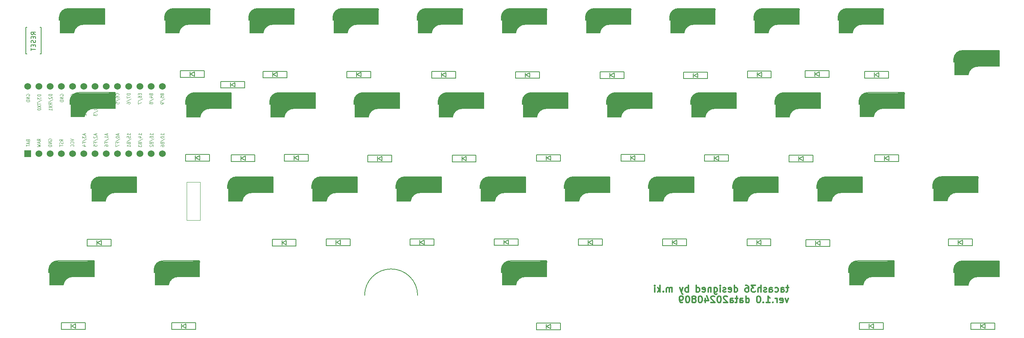
<source format=gbr>
G04 #@! TF.GenerationSoftware,KiCad,Pcbnew,7.0.8*
G04 #@! TF.CreationDate,2024-08-09T14:35:13+09:00*
G04 #@! TF.ProjectId,tacash36,74616361-7368-4333-962e-6b696361645f,rev?*
G04 #@! TF.SameCoordinates,Original*
G04 #@! TF.FileFunction,Legend,Bot*
G04 #@! TF.FilePolarity,Positive*
%FSLAX46Y46*%
G04 Gerber Fmt 4.6, Leading zero omitted, Abs format (unit mm)*
G04 Created by KiCad (PCBNEW 7.0.8) date 2024-08-09 14:35:13*
%MOMM*%
%LPD*%
G01*
G04 APERTURE LIST*
%ADD10C,0.300000*%
%ADD11C,0.125000*%
%ADD12C,0.150000*%
%ADD13C,0.400000*%
%ADD14C,0.500000*%
%ADD15C,1.000000*%
%ADD16C,3.500000*%
%ADD17C,3.000000*%
%ADD18C,0.800000*%
%ADD19C,0.120000*%
%ADD20C,1.524000*%
%ADD21R,1.524000X1.524000*%
G04 APERTURE END LIST*
D10*
X154379774Y-56595828D02*
X153808346Y-56595828D01*
X154165489Y-56095828D02*
X154165489Y-57381542D01*
X154165489Y-57381542D02*
X154094060Y-57524400D01*
X154094060Y-57524400D02*
X153951203Y-57595828D01*
X153951203Y-57595828D02*
X153808346Y-57595828D01*
X152665489Y-57595828D02*
X152665489Y-56810114D01*
X152665489Y-56810114D02*
X152736917Y-56667257D01*
X152736917Y-56667257D02*
X152879774Y-56595828D01*
X152879774Y-56595828D02*
X153165489Y-56595828D01*
X153165489Y-56595828D02*
X153308346Y-56667257D01*
X152665489Y-57524400D02*
X152808346Y-57595828D01*
X152808346Y-57595828D02*
X153165489Y-57595828D01*
X153165489Y-57595828D02*
X153308346Y-57524400D01*
X153308346Y-57524400D02*
X153379774Y-57381542D01*
X153379774Y-57381542D02*
X153379774Y-57238685D01*
X153379774Y-57238685D02*
X153308346Y-57095828D01*
X153308346Y-57095828D02*
X153165489Y-57024400D01*
X153165489Y-57024400D02*
X152808346Y-57024400D01*
X152808346Y-57024400D02*
X152665489Y-56952971D01*
X151308346Y-57524400D02*
X151451203Y-57595828D01*
X151451203Y-57595828D02*
X151736917Y-57595828D01*
X151736917Y-57595828D02*
X151879774Y-57524400D01*
X151879774Y-57524400D02*
X151951203Y-57452971D01*
X151951203Y-57452971D02*
X152022631Y-57310114D01*
X152022631Y-57310114D02*
X152022631Y-56881542D01*
X152022631Y-56881542D02*
X151951203Y-56738685D01*
X151951203Y-56738685D02*
X151879774Y-56667257D01*
X151879774Y-56667257D02*
X151736917Y-56595828D01*
X151736917Y-56595828D02*
X151451203Y-56595828D01*
X151451203Y-56595828D02*
X151308346Y-56667257D01*
X150022632Y-57595828D02*
X150022632Y-56810114D01*
X150022632Y-56810114D02*
X150094060Y-56667257D01*
X150094060Y-56667257D02*
X150236917Y-56595828D01*
X150236917Y-56595828D02*
X150522632Y-56595828D01*
X150522632Y-56595828D02*
X150665489Y-56667257D01*
X150022632Y-57524400D02*
X150165489Y-57595828D01*
X150165489Y-57595828D02*
X150522632Y-57595828D01*
X150522632Y-57595828D02*
X150665489Y-57524400D01*
X150665489Y-57524400D02*
X150736917Y-57381542D01*
X150736917Y-57381542D02*
X150736917Y-57238685D01*
X150736917Y-57238685D02*
X150665489Y-57095828D01*
X150665489Y-57095828D02*
X150522632Y-57024400D01*
X150522632Y-57024400D02*
X150165489Y-57024400D01*
X150165489Y-57024400D02*
X150022632Y-56952971D01*
X149379774Y-57524400D02*
X149236917Y-57595828D01*
X149236917Y-57595828D02*
X148951203Y-57595828D01*
X148951203Y-57595828D02*
X148808346Y-57524400D01*
X148808346Y-57524400D02*
X148736917Y-57381542D01*
X148736917Y-57381542D02*
X148736917Y-57310114D01*
X148736917Y-57310114D02*
X148808346Y-57167257D01*
X148808346Y-57167257D02*
X148951203Y-57095828D01*
X148951203Y-57095828D02*
X149165489Y-57095828D01*
X149165489Y-57095828D02*
X149308346Y-57024400D01*
X149308346Y-57024400D02*
X149379774Y-56881542D01*
X149379774Y-56881542D02*
X149379774Y-56810114D01*
X149379774Y-56810114D02*
X149308346Y-56667257D01*
X149308346Y-56667257D02*
X149165489Y-56595828D01*
X149165489Y-56595828D02*
X148951203Y-56595828D01*
X148951203Y-56595828D02*
X148808346Y-56667257D01*
X148094060Y-57595828D02*
X148094060Y-56095828D01*
X147451203Y-57595828D02*
X147451203Y-56810114D01*
X147451203Y-56810114D02*
X147522631Y-56667257D01*
X147522631Y-56667257D02*
X147665488Y-56595828D01*
X147665488Y-56595828D02*
X147879774Y-56595828D01*
X147879774Y-56595828D02*
X148022631Y-56667257D01*
X148022631Y-56667257D02*
X148094060Y-56738685D01*
X146879774Y-56095828D02*
X145951202Y-56095828D01*
X145951202Y-56095828D02*
X146451202Y-56667257D01*
X146451202Y-56667257D02*
X146236917Y-56667257D01*
X146236917Y-56667257D02*
X146094060Y-56738685D01*
X146094060Y-56738685D02*
X146022631Y-56810114D01*
X146022631Y-56810114D02*
X145951202Y-56952971D01*
X145951202Y-56952971D02*
X145951202Y-57310114D01*
X145951202Y-57310114D02*
X146022631Y-57452971D01*
X146022631Y-57452971D02*
X146094060Y-57524400D01*
X146094060Y-57524400D02*
X146236917Y-57595828D01*
X146236917Y-57595828D02*
X146665488Y-57595828D01*
X146665488Y-57595828D02*
X146808345Y-57524400D01*
X146808345Y-57524400D02*
X146879774Y-57452971D01*
X144665489Y-56095828D02*
X144951203Y-56095828D01*
X144951203Y-56095828D02*
X145094060Y-56167257D01*
X145094060Y-56167257D02*
X145165489Y-56238685D01*
X145165489Y-56238685D02*
X145308346Y-56452971D01*
X145308346Y-56452971D02*
X145379774Y-56738685D01*
X145379774Y-56738685D02*
X145379774Y-57310114D01*
X145379774Y-57310114D02*
X145308346Y-57452971D01*
X145308346Y-57452971D02*
X145236917Y-57524400D01*
X145236917Y-57524400D02*
X145094060Y-57595828D01*
X145094060Y-57595828D02*
X144808346Y-57595828D01*
X144808346Y-57595828D02*
X144665489Y-57524400D01*
X144665489Y-57524400D02*
X144594060Y-57452971D01*
X144594060Y-57452971D02*
X144522631Y-57310114D01*
X144522631Y-57310114D02*
X144522631Y-56952971D01*
X144522631Y-56952971D02*
X144594060Y-56810114D01*
X144594060Y-56810114D02*
X144665489Y-56738685D01*
X144665489Y-56738685D02*
X144808346Y-56667257D01*
X144808346Y-56667257D02*
X145094060Y-56667257D01*
X145094060Y-56667257D02*
X145236917Y-56738685D01*
X145236917Y-56738685D02*
X145308346Y-56810114D01*
X145308346Y-56810114D02*
X145379774Y-56952971D01*
X142094061Y-57595828D02*
X142094061Y-56095828D01*
X142094061Y-57524400D02*
X142236918Y-57595828D01*
X142236918Y-57595828D02*
X142522632Y-57595828D01*
X142522632Y-57595828D02*
X142665489Y-57524400D01*
X142665489Y-57524400D02*
X142736918Y-57452971D01*
X142736918Y-57452971D02*
X142808346Y-57310114D01*
X142808346Y-57310114D02*
X142808346Y-56881542D01*
X142808346Y-56881542D02*
X142736918Y-56738685D01*
X142736918Y-56738685D02*
X142665489Y-56667257D01*
X142665489Y-56667257D02*
X142522632Y-56595828D01*
X142522632Y-56595828D02*
X142236918Y-56595828D01*
X142236918Y-56595828D02*
X142094061Y-56667257D01*
X140808346Y-57524400D02*
X140951203Y-57595828D01*
X140951203Y-57595828D02*
X141236918Y-57595828D01*
X141236918Y-57595828D02*
X141379775Y-57524400D01*
X141379775Y-57524400D02*
X141451203Y-57381542D01*
X141451203Y-57381542D02*
X141451203Y-56810114D01*
X141451203Y-56810114D02*
X141379775Y-56667257D01*
X141379775Y-56667257D02*
X141236918Y-56595828D01*
X141236918Y-56595828D02*
X140951203Y-56595828D01*
X140951203Y-56595828D02*
X140808346Y-56667257D01*
X140808346Y-56667257D02*
X140736918Y-56810114D01*
X140736918Y-56810114D02*
X140736918Y-56952971D01*
X140736918Y-56952971D02*
X141451203Y-57095828D01*
X140165489Y-57524400D02*
X140022632Y-57595828D01*
X140022632Y-57595828D02*
X139736918Y-57595828D01*
X139736918Y-57595828D02*
X139594061Y-57524400D01*
X139594061Y-57524400D02*
X139522632Y-57381542D01*
X139522632Y-57381542D02*
X139522632Y-57310114D01*
X139522632Y-57310114D02*
X139594061Y-57167257D01*
X139594061Y-57167257D02*
X139736918Y-57095828D01*
X139736918Y-57095828D02*
X139951204Y-57095828D01*
X139951204Y-57095828D02*
X140094061Y-57024400D01*
X140094061Y-57024400D02*
X140165489Y-56881542D01*
X140165489Y-56881542D02*
X140165489Y-56810114D01*
X140165489Y-56810114D02*
X140094061Y-56667257D01*
X140094061Y-56667257D02*
X139951204Y-56595828D01*
X139951204Y-56595828D02*
X139736918Y-56595828D01*
X139736918Y-56595828D02*
X139594061Y-56667257D01*
X138879775Y-57595828D02*
X138879775Y-56595828D01*
X138879775Y-56095828D02*
X138951203Y-56167257D01*
X138951203Y-56167257D02*
X138879775Y-56238685D01*
X138879775Y-56238685D02*
X138808346Y-56167257D01*
X138808346Y-56167257D02*
X138879775Y-56095828D01*
X138879775Y-56095828D02*
X138879775Y-56238685D01*
X137522632Y-56595828D02*
X137522632Y-57810114D01*
X137522632Y-57810114D02*
X137594060Y-57952971D01*
X137594060Y-57952971D02*
X137665489Y-58024400D01*
X137665489Y-58024400D02*
X137808346Y-58095828D01*
X137808346Y-58095828D02*
X138022632Y-58095828D01*
X138022632Y-58095828D02*
X138165489Y-58024400D01*
X137522632Y-57524400D02*
X137665489Y-57595828D01*
X137665489Y-57595828D02*
X137951203Y-57595828D01*
X137951203Y-57595828D02*
X138094060Y-57524400D01*
X138094060Y-57524400D02*
X138165489Y-57452971D01*
X138165489Y-57452971D02*
X138236917Y-57310114D01*
X138236917Y-57310114D02*
X138236917Y-56881542D01*
X138236917Y-56881542D02*
X138165489Y-56738685D01*
X138165489Y-56738685D02*
X138094060Y-56667257D01*
X138094060Y-56667257D02*
X137951203Y-56595828D01*
X137951203Y-56595828D02*
X137665489Y-56595828D01*
X137665489Y-56595828D02*
X137522632Y-56667257D01*
X136808346Y-56595828D02*
X136808346Y-57595828D01*
X136808346Y-56738685D02*
X136736917Y-56667257D01*
X136736917Y-56667257D02*
X136594060Y-56595828D01*
X136594060Y-56595828D02*
X136379774Y-56595828D01*
X136379774Y-56595828D02*
X136236917Y-56667257D01*
X136236917Y-56667257D02*
X136165489Y-56810114D01*
X136165489Y-56810114D02*
X136165489Y-57595828D01*
X134879774Y-57524400D02*
X135022631Y-57595828D01*
X135022631Y-57595828D02*
X135308346Y-57595828D01*
X135308346Y-57595828D02*
X135451203Y-57524400D01*
X135451203Y-57524400D02*
X135522631Y-57381542D01*
X135522631Y-57381542D02*
X135522631Y-56810114D01*
X135522631Y-56810114D02*
X135451203Y-56667257D01*
X135451203Y-56667257D02*
X135308346Y-56595828D01*
X135308346Y-56595828D02*
X135022631Y-56595828D01*
X135022631Y-56595828D02*
X134879774Y-56667257D01*
X134879774Y-56667257D02*
X134808346Y-56810114D01*
X134808346Y-56810114D02*
X134808346Y-56952971D01*
X134808346Y-56952971D02*
X135522631Y-57095828D01*
X133522632Y-57595828D02*
X133522632Y-56095828D01*
X133522632Y-57524400D02*
X133665489Y-57595828D01*
X133665489Y-57595828D02*
X133951203Y-57595828D01*
X133951203Y-57595828D02*
X134094060Y-57524400D01*
X134094060Y-57524400D02*
X134165489Y-57452971D01*
X134165489Y-57452971D02*
X134236917Y-57310114D01*
X134236917Y-57310114D02*
X134236917Y-56881542D01*
X134236917Y-56881542D02*
X134165489Y-56738685D01*
X134165489Y-56738685D02*
X134094060Y-56667257D01*
X134094060Y-56667257D02*
X133951203Y-56595828D01*
X133951203Y-56595828D02*
X133665489Y-56595828D01*
X133665489Y-56595828D02*
X133522632Y-56667257D01*
X131665489Y-57595828D02*
X131665489Y-56095828D01*
X131665489Y-56667257D02*
X131522632Y-56595828D01*
X131522632Y-56595828D02*
X131236917Y-56595828D01*
X131236917Y-56595828D02*
X131094060Y-56667257D01*
X131094060Y-56667257D02*
X131022632Y-56738685D01*
X131022632Y-56738685D02*
X130951203Y-56881542D01*
X130951203Y-56881542D02*
X130951203Y-57310114D01*
X130951203Y-57310114D02*
X131022632Y-57452971D01*
X131022632Y-57452971D02*
X131094060Y-57524400D01*
X131094060Y-57524400D02*
X131236917Y-57595828D01*
X131236917Y-57595828D02*
X131522632Y-57595828D01*
X131522632Y-57595828D02*
X131665489Y-57524400D01*
X130451203Y-56595828D02*
X130094060Y-57595828D01*
X129736917Y-56595828D02*
X130094060Y-57595828D01*
X130094060Y-57595828D02*
X130236917Y-57952971D01*
X130236917Y-57952971D02*
X130308346Y-58024400D01*
X130308346Y-58024400D02*
X130451203Y-58095828D01*
X128022632Y-57595828D02*
X128022632Y-56595828D01*
X128022632Y-56738685D02*
X127951203Y-56667257D01*
X127951203Y-56667257D02*
X127808346Y-56595828D01*
X127808346Y-56595828D02*
X127594060Y-56595828D01*
X127594060Y-56595828D02*
X127451203Y-56667257D01*
X127451203Y-56667257D02*
X127379775Y-56810114D01*
X127379775Y-56810114D02*
X127379775Y-57595828D01*
X127379775Y-56810114D02*
X127308346Y-56667257D01*
X127308346Y-56667257D02*
X127165489Y-56595828D01*
X127165489Y-56595828D02*
X126951203Y-56595828D01*
X126951203Y-56595828D02*
X126808346Y-56667257D01*
X126808346Y-56667257D02*
X126736917Y-56810114D01*
X126736917Y-56810114D02*
X126736917Y-57595828D01*
X126022632Y-57452971D02*
X125951203Y-57524400D01*
X125951203Y-57524400D02*
X126022632Y-57595828D01*
X126022632Y-57595828D02*
X126094060Y-57524400D01*
X126094060Y-57524400D02*
X126022632Y-57452971D01*
X126022632Y-57452971D02*
X126022632Y-57595828D01*
X125308346Y-57595828D02*
X125308346Y-56095828D01*
X125165489Y-57024400D02*
X124736917Y-57595828D01*
X124736917Y-56595828D02*
X125308346Y-57167257D01*
X124094060Y-57595828D02*
X124094060Y-56595828D01*
X124094060Y-56095828D02*
X124165488Y-56167257D01*
X124165488Y-56167257D02*
X124094060Y-56238685D01*
X124094060Y-56238685D02*
X124022631Y-56167257D01*
X124022631Y-56167257D02*
X124094060Y-56095828D01*
X124094060Y-56095828D02*
X124094060Y-56238685D01*
X154308346Y-59010828D02*
X153951203Y-60010828D01*
X153951203Y-60010828D02*
X153594060Y-59010828D01*
X152451203Y-59939400D02*
X152594060Y-60010828D01*
X152594060Y-60010828D02*
X152879775Y-60010828D01*
X152879775Y-60010828D02*
X153022632Y-59939400D01*
X153022632Y-59939400D02*
X153094060Y-59796542D01*
X153094060Y-59796542D02*
X153094060Y-59225114D01*
X153094060Y-59225114D02*
X153022632Y-59082257D01*
X153022632Y-59082257D02*
X152879775Y-59010828D01*
X152879775Y-59010828D02*
X152594060Y-59010828D01*
X152594060Y-59010828D02*
X152451203Y-59082257D01*
X152451203Y-59082257D02*
X152379775Y-59225114D01*
X152379775Y-59225114D02*
X152379775Y-59367971D01*
X152379775Y-59367971D02*
X153094060Y-59510828D01*
X151736918Y-60010828D02*
X151736918Y-59010828D01*
X151736918Y-59296542D02*
X151665489Y-59153685D01*
X151665489Y-59153685D02*
X151594061Y-59082257D01*
X151594061Y-59082257D02*
X151451203Y-59010828D01*
X151451203Y-59010828D02*
X151308346Y-59010828D01*
X150808347Y-59867971D02*
X150736918Y-59939400D01*
X150736918Y-59939400D02*
X150808347Y-60010828D01*
X150808347Y-60010828D02*
X150879775Y-59939400D01*
X150879775Y-59939400D02*
X150808347Y-59867971D01*
X150808347Y-59867971D02*
X150808347Y-60010828D01*
X149308346Y-60010828D02*
X150165489Y-60010828D01*
X149736918Y-60010828D02*
X149736918Y-58510828D01*
X149736918Y-58510828D02*
X149879775Y-58725114D01*
X149879775Y-58725114D02*
X150022632Y-58867971D01*
X150022632Y-58867971D02*
X150165489Y-58939400D01*
X148665490Y-59867971D02*
X148594061Y-59939400D01*
X148594061Y-59939400D02*
X148665490Y-60010828D01*
X148665490Y-60010828D02*
X148736918Y-59939400D01*
X148736918Y-59939400D02*
X148665490Y-59867971D01*
X148665490Y-59867971D02*
X148665490Y-60010828D01*
X147665489Y-58510828D02*
X147522632Y-58510828D01*
X147522632Y-58510828D02*
X147379775Y-58582257D01*
X147379775Y-58582257D02*
X147308347Y-58653685D01*
X147308347Y-58653685D02*
X147236918Y-58796542D01*
X147236918Y-58796542D02*
X147165489Y-59082257D01*
X147165489Y-59082257D02*
X147165489Y-59439400D01*
X147165489Y-59439400D02*
X147236918Y-59725114D01*
X147236918Y-59725114D02*
X147308347Y-59867971D01*
X147308347Y-59867971D02*
X147379775Y-59939400D01*
X147379775Y-59939400D02*
X147522632Y-60010828D01*
X147522632Y-60010828D02*
X147665489Y-60010828D01*
X147665489Y-60010828D02*
X147808347Y-59939400D01*
X147808347Y-59939400D02*
X147879775Y-59867971D01*
X147879775Y-59867971D02*
X147951204Y-59725114D01*
X147951204Y-59725114D02*
X148022632Y-59439400D01*
X148022632Y-59439400D02*
X148022632Y-59082257D01*
X148022632Y-59082257D02*
X147951204Y-58796542D01*
X147951204Y-58796542D02*
X147879775Y-58653685D01*
X147879775Y-58653685D02*
X147808347Y-58582257D01*
X147808347Y-58582257D02*
X147665489Y-58510828D01*
X144736919Y-60010828D02*
X144736919Y-58510828D01*
X144736919Y-59939400D02*
X144879776Y-60010828D01*
X144879776Y-60010828D02*
X145165490Y-60010828D01*
X145165490Y-60010828D02*
X145308347Y-59939400D01*
X145308347Y-59939400D02*
X145379776Y-59867971D01*
X145379776Y-59867971D02*
X145451204Y-59725114D01*
X145451204Y-59725114D02*
X145451204Y-59296542D01*
X145451204Y-59296542D02*
X145379776Y-59153685D01*
X145379776Y-59153685D02*
X145308347Y-59082257D01*
X145308347Y-59082257D02*
X145165490Y-59010828D01*
X145165490Y-59010828D02*
X144879776Y-59010828D01*
X144879776Y-59010828D02*
X144736919Y-59082257D01*
X143379776Y-60010828D02*
X143379776Y-59225114D01*
X143379776Y-59225114D02*
X143451204Y-59082257D01*
X143451204Y-59082257D02*
X143594061Y-59010828D01*
X143594061Y-59010828D02*
X143879776Y-59010828D01*
X143879776Y-59010828D02*
X144022633Y-59082257D01*
X143379776Y-59939400D02*
X143522633Y-60010828D01*
X143522633Y-60010828D02*
X143879776Y-60010828D01*
X143879776Y-60010828D02*
X144022633Y-59939400D01*
X144022633Y-59939400D02*
X144094061Y-59796542D01*
X144094061Y-59796542D02*
X144094061Y-59653685D01*
X144094061Y-59653685D02*
X144022633Y-59510828D01*
X144022633Y-59510828D02*
X143879776Y-59439400D01*
X143879776Y-59439400D02*
X143522633Y-59439400D01*
X143522633Y-59439400D02*
X143379776Y-59367971D01*
X142879775Y-59010828D02*
X142308347Y-59010828D01*
X142665490Y-58510828D02*
X142665490Y-59796542D01*
X142665490Y-59796542D02*
X142594061Y-59939400D01*
X142594061Y-59939400D02*
X142451204Y-60010828D01*
X142451204Y-60010828D02*
X142308347Y-60010828D01*
X141165490Y-60010828D02*
X141165490Y-59225114D01*
X141165490Y-59225114D02*
X141236918Y-59082257D01*
X141236918Y-59082257D02*
X141379775Y-59010828D01*
X141379775Y-59010828D02*
X141665490Y-59010828D01*
X141665490Y-59010828D02*
X141808347Y-59082257D01*
X141165490Y-59939400D02*
X141308347Y-60010828D01*
X141308347Y-60010828D02*
X141665490Y-60010828D01*
X141665490Y-60010828D02*
X141808347Y-59939400D01*
X141808347Y-59939400D02*
X141879775Y-59796542D01*
X141879775Y-59796542D02*
X141879775Y-59653685D01*
X141879775Y-59653685D02*
X141808347Y-59510828D01*
X141808347Y-59510828D02*
X141665490Y-59439400D01*
X141665490Y-59439400D02*
X141308347Y-59439400D01*
X141308347Y-59439400D02*
X141165490Y-59367971D01*
X140522632Y-58653685D02*
X140451204Y-58582257D01*
X140451204Y-58582257D02*
X140308347Y-58510828D01*
X140308347Y-58510828D02*
X139951204Y-58510828D01*
X139951204Y-58510828D02*
X139808347Y-58582257D01*
X139808347Y-58582257D02*
X139736918Y-58653685D01*
X139736918Y-58653685D02*
X139665489Y-58796542D01*
X139665489Y-58796542D02*
X139665489Y-58939400D01*
X139665489Y-58939400D02*
X139736918Y-59153685D01*
X139736918Y-59153685D02*
X140594061Y-60010828D01*
X140594061Y-60010828D02*
X139665489Y-60010828D01*
X138736918Y-58510828D02*
X138594061Y-58510828D01*
X138594061Y-58510828D02*
X138451204Y-58582257D01*
X138451204Y-58582257D02*
X138379776Y-58653685D01*
X138379776Y-58653685D02*
X138308347Y-58796542D01*
X138308347Y-58796542D02*
X138236918Y-59082257D01*
X138236918Y-59082257D02*
X138236918Y-59439400D01*
X138236918Y-59439400D02*
X138308347Y-59725114D01*
X138308347Y-59725114D02*
X138379776Y-59867971D01*
X138379776Y-59867971D02*
X138451204Y-59939400D01*
X138451204Y-59939400D02*
X138594061Y-60010828D01*
X138594061Y-60010828D02*
X138736918Y-60010828D01*
X138736918Y-60010828D02*
X138879776Y-59939400D01*
X138879776Y-59939400D02*
X138951204Y-59867971D01*
X138951204Y-59867971D02*
X139022633Y-59725114D01*
X139022633Y-59725114D02*
X139094061Y-59439400D01*
X139094061Y-59439400D02*
X139094061Y-59082257D01*
X139094061Y-59082257D02*
X139022633Y-58796542D01*
X139022633Y-58796542D02*
X138951204Y-58653685D01*
X138951204Y-58653685D02*
X138879776Y-58582257D01*
X138879776Y-58582257D02*
X138736918Y-58510828D01*
X137665490Y-58653685D02*
X137594062Y-58582257D01*
X137594062Y-58582257D02*
X137451205Y-58510828D01*
X137451205Y-58510828D02*
X137094062Y-58510828D01*
X137094062Y-58510828D02*
X136951205Y-58582257D01*
X136951205Y-58582257D02*
X136879776Y-58653685D01*
X136879776Y-58653685D02*
X136808347Y-58796542D01*
X136808347Y-58796542D02*
X136808347Y-58939400D01*
X136808347Y-58939400D02*
X136879776Y-59153685D01*
X136879776Y-59153685D02*
X137736919Y-60010828D01*
X137736919Y-60010828D02*
X136808347Y-60010828D01*
X135522634Y-59010828D02*
X135522634Y-60010828D01*
X135879776Y-58439400D02*
X136236919Y-59510828D01*
X136236919Y-59510828D02*
X135308348Y-59510828D01*
X134451205Y-58510828D02*
X134308348Y-58510828D01*
X134308348Y-58510828D02*
X134165491Y-58582257D01*
X134165491Y-58582257D02*
X134094063Y-58653685D01*
X134094063Y-58653685D02*
X134022634Y-58796542D01*
X134022634Y-58796542D02*
X133951205Y-59082257D01*
X133951205Y-59082257D02*
X133951205Y-59439400D01*
X133951205Y-59439400D02*
X134022634Y-59725114D01*
X134022634Y-59725114D02*
X134094063Y-59867971D01*
X134094063Y-59867971D02*
X134165491Y-59939400D01*
X134165491Y-59939400D02*
X134308348Y-60010828D01*
X134308348Y-60010828D02*
X134451205Y-60010828D01*
X134451205Y-60010828D02*
X134594063Y-59939400D01*
X134594063Y-59939400D02*
X134665491Y-59867971D01*
X134665491Y-59867971D02*
X134736920Y-59725114D01*
X134736920Y-59725114D02*
X134808348Y-59439400D01*
X134808348Y-59439400D02*
X134808348Y-59082257D01*
X134808348Y-59082257D02*
X134736920Y-58796542D01*
X134736920Y-58796542D02*
X134665491Y-58653685D01*
X134665491Y-58653685D02*
X134594063Y-58582257D01*
X134594063Y-58582257D02*
X134451205Y-58510828D01*
X133094063Y-59153685D02*
X133236920Y-59082257D01*
X133236920Y-59082257D02*
X133308349Y-59010828D01*
X133308349Y-59010828D02*
X133379777Y-58867971D01*
X133379777Y-58867971D02*
X133379777Y-58796542D01*
X133379777Y-58796542D02*
X133308349Y-58653685D01*
X133308349Y-58653685D02*
X133236920Y-58582257D01*
X133236920Y-58582257D02*
X133094063Y-58510828D01*
X133094063Y-58510828D02*
X132808349Y-58510828D01*
X132808349Y-58510828D02*
X132665492Y-58582257D01*
X132665492Y-58582257D02*
X132594063Y-58653685D01*
X132594063Y-58653685D02*
X132522634Y-58796542D01*
X132522634Y-58796542D02*
X132522634Y-58867971D01*
X132522634Y-58867971D02*
X132594063Y-59010828D01*
X132594063Y-59010828D02*
X132665492Y-59082257D01*
X132665492Y-59082257D02*
X132808349Y-59153685D01*
X132808349Y-59153685D02*
X133094063Y-59153685D01*
X133094063Y-59153685D02*
X133236920Y-59225114D01*
X133236920Y-59225114D02*
X133308349Y-59296542D01*
X133308349Y-59296542D02*
X133379777Y-59439400D01*
X133379777Y-59439400D02*
X133379777Y-59725114D01*
X133379777Y-59725114D02*
X133308349Y-59867971D01*
X133308349Y-59867971D02*
X133236920Y-59939400D01*
X133236920Y-59939400D02*
X133094063Y-60010828D01*
X133094063Y-60010828D02*
X132808349Y-60010828D01*
X132808349Y-60010828D02*
X132665492Y-59939400D01*
X132665492Y-59939400D02*
X132594063Y-59867971D01*
X132594063Y-59867971D02*
X132522634Y-59725114D01*
X132522634Y-59725114D02*
X132522634Y-59439400D01*
X132522634Y-59439400D02*
X132594063Y-59296542D01*
X132594063Y-59296542D02*
X132665492Y-59225114D01*
X132665492Y-59225114D02*
X132808349Y-59153685D01*
X131594063Y-58510828D02*
X131451206Y-58510828D01*
X131451206Y-58510828D02*
X131308349Y-58582257D01*
X131308349Y-58582257D02*
X131236921Y-58653685D01*
X131236921Y-58653685D02*
X131165492Y-58796542D01*
X131165492Y-58796542D02*
X131094063Y-59082257D01*
X131094063Y-59082257D02*
X131094063Y-59439400D01*
X131094063Y-59439400D02*
X131165492Y-59725114D01*
X131165492Y-59725114D02*
X131236921Y-59867971D01*
X131236921Y-59867971D02*
X131308349Y-59939400D01*
X131308349Y-59939400D02*
X131451206Y-60010828D01*
X131451206Y-60010828D02*
X131594063Y-60010828D01*
X131594063Y-60010828D02*
X131736921Y-59939400D01*
X131736921Y-59939400D02*
X131808349Y-59867971D01*
X131808349Y-59867971D02*
X131879778Y-59725114D01*
X131879778Y-59725114D02*
X131951206Y-59439400D01*
X131951206Y-59439400D02*
X131951206Y-59082257D01*
X131951206Y-59082257D02*
X131879778Y-58796542D01*
X131879778Y-58796542D02*
X131808349Y-58653685D01*
X131808349Y-58653685D02*
X131736921Y-58582257D01*
X131736921Y-58582257D02*
X131594063Y-58510828D01*
X130379778Y-60010828D02*
X130094064Y-60010828D01*
X130094064Y-60010828D02*
X129951207Y-59939400D01*
X129951207Y-59939400D02*
X129879778Y-59867971D01*
X129879778Y-59867971D02*
X129736921Y-59653685D01*
X129736921Y-59653685D02*
X129665492Y-59367971D01*
X129665492Y-59367971D02*
X129665492Y-58796542D01*
X129665492Y-58796542D02*
X129736921Y-58653685D01*
X129736921Y-58653685D02*
X129808350Y-58582257D01*
X129808350Y-58582257D02*
X129951207Y-58510828D01*
X129951207Y-58510828D02*
X130236921Y-58510828D01*
X130236921Y-58510828D02*
X130379778Y-58582257D01*
X130379778Y-58582257D02*
X130451207Y-58653685D01*
X130451207Y-58653685D02*
X130522635Y-58796542D01*
X130522635Y-58796542D02*
X130522635Y-59153685D01*
X130522635Y-59153685D02*
X130451207Y-59296542D01*
X130451207Y-59296542D02*
X130379778Y-59367971D01*
X130379778Y-59367971D02*
X130236921Y-59439400D01*
X130236921Y-59439400D02*
X129951207Y-59439400D01*
X129951207Y-59439400D02*
X129808350Y-59367971D01*
X129808350Y-59367971D02*
X129736921Y-59296542D01*
X129736921Y-59296542D02*
X129665492Y-59153685D01*
D11*
X12565607Y-12847410D02*
X12601321Y-12943124D01*
X12601321Y-12943124D02*
X12637035Y-12975029D01*
X12637035Y-12975029D02*
X12708464Y-13006933D01*
X12708464Y-13006933D02*
X12815607Y-13006933D01*
X12815607Y-13006933D02*
X12887035Y-12975029D01*
X12887035Y-12975029D02*
X12922750Y-12943124D01*
X12922750Y-12943124D02*
X12958464Y-12879314D01*
X12958464Y-12879314D02*
X12958464Y-12624076D01*
X12958464Y-12624076D02*
X12208464Y-12624076D01*
X12208464Y-12624076D02*
X12208464Y-12847410D01*
X12208464Y-12847410D02*
X12244178Y-12911219D01*
X12244178Y-12911219D02*
X12279892Y-12943124D01*
X12279892Y-12943124D02*
X12351321Y-12975029D01*
X12351321Y-12975029D02*
X12422750Y-12975029D01*
X12422750Y-12975029D02*
X12494178Y-12943124D01*
X12494178Y-12943124D02*
X12529892Y-12911219D01*
X12529892Y-12911219D02*
X12565607Y-12847410D01*
X12565607Y-12847410D02*
X12565607Y-12624076D01*
X12208464Y-13613124D02*
X12208464Y-13294076D01*
X12208464Y-13294076D02*
X12565607Y-13262172D01*
X12565607Y-13262172D02*
X12529892Y-13294076D01*
X12529892Y-13294076D02*
X12494178Y-13357886D01*
X12494178Y-13357886D02*
X12494178Y-13517410D01*
X12494178Y-13517410D02*
X12529892Y-13581219D01*
X12529892Y-13581219D02*
X12565607Y-13613124D01*
X12565607Y-13613124D02*
X12637035Y-13645029D01*
X12637035Y-13645029D02*
X12815607Y-13645029D01*
X12815607Y-13645029D02*
X12887035Y-13613124D01*
X12887035Y-13613124D02*
X12922750Y-13581219D01*
X12922750Y-13581219D02*
X12958464Y-13517410D01*
X12958464Y-13517410D02*
X12958464Y-13357886D01*
X12958464Y-13357886D02*
X12922750Y-13294076D01*
X12922750Y-13294076D02*
X12887035Y-13262172D01*
X12172750Y-14410743D02*
X13137035Y-13836457D01*
X12958464Y-14665981D02*
X12958464Y-14793600D01*
X12958464Y-14793600D02*
X12922750Y-14857410D01*
X12922750Y-14857410D02*
X12887035Y-14889314D01*
X12887035Y-14889314D02*
X12779892Y-14953124D01*
X12779892Y-14953124D02*
X12637035Y-14985029D01*
X12637035Y-14985029D02*
X12351321Y-14985029D01*
X12351321Y-14985029D02*
X12279892Y-14953124D01*
X12279892Y-14953124D02*
X12244178Y-14921219D01*
X12244178Y-14921219D02*
X12208464Y-14857410D01*
X12208464Y-14857410D02*
X12208464Y-14729791D01*
X12208464Y-14729791D02*
X12244178Y-14665981D01*
X12244178Y-14665981D02*
X12279892Y-14634076D01*
X12279892Y-14634076D02*
X12351321Y-14602172D01*
X12351321Y-14602172D02*
X12529892Y-14602172D01*
X12529892Y-14602172D02*
X12601321Y-14634076D01*
X12601321Y-14634076D02*
X12637035Y-14665981D01*
X12637035Y-14665981D02*
X12672750Y-14729791D01*
X12672750Y-14729791D02*
X12672750Y-14857410D01*
X12672750Y-14857410D02*
X12637035Y-14921219D01*
X12637035Y-14921219D02*
X12601321Y-14953124D01*
X12601321Y-14953124D02*
X12529892Y-14985029D01*
X2644178Y-21737886D02*
X2644178Y-22056933D01*
X2858464Y-21674076D02*
X2108464Y-21897409D01*
X2108464Y-21897409D02*
X2858464Y-22120743D01*
X2108464Y-22471695D02*
X2108464Y-22535505D01*
X2108464Y-22535505D02*
X2144178Y-22599314D01*
X2144178Y-22599314D02*
X2179892Y-22631219D01*
X2179892Y-22631219D02*
X2251321Y-22663124D01*
X2251321Y-22663124D02*
X2394178Y-22695029D01*
X2394178Y-22695029D02*
X2572750Y-22695029D01*
X2572750Y-22695029D02*
X2715607Y-22663124D01*
X2715607Y-22663124D02*
X2787035Y-22631219D01*
X2787035Y-22631219D02*
X2822750Y-22599314D01*
X2822750Y-22599314D02*
X2858464Y-22535505D01*
X2858464Y-22535505D02*
X2858464Y-22471695D01*
X2858464Y-22471695D02*
X2822750Y-22407886D01*
X2822750Y-22407886D02*
X2787035Y-22375981D01*
X2787035Y-22375981D02*
X2715607Y-22344076D01*
X2715607Y-22344076D02*
X2572750Y-22312172D01*
X2572750Y-22312172D02*
X2394178Y-22312172D01*
X2394178Y-22312172D02*
X2251321Y-22344076D01*
X2251321Y-22344076D02*
X2179892Y-22375981D01*
X2179892Y-22375981D02*
X2144178Y-22407886D01*
X2144178Y-22407886D02*
X2108464Y-22471695D01*
X2072750Y-23460743D02*
X3037035Y-22886457D01*
X2465607Y-23907410D02*
X2465607Y-23684076D01*
X2858464Y-23684076D02*
X2108464Y-23684076D01*
X2108464Y-23684076D02*
X2108464Y-24003124D01*
X2108464Y-24194553D02*
X2108464Y-24641219D01*
X2108464Y-24641219D02*
X2858464Y-24354077D01*
X-14891535Y-12869790D02*
X-15641535Y-12869790D01*
X-15641535Y-12869790D02*
X-15641535Y-13029314D01*
X-15641535Y-13029314D02*
X-15605821Y-13125028D01*
X-15605821Y-13125028D02*
X-15534392Y-13188838D01*
X-15534392Y-13188838D02*
X-15462964Y-13220743D01*
X-15462964Y-13220743D02*
X-15320107Y-13252647D01*
X-15320107Y-13252647D02*
X-15212964Y-13252647D01*
X-15212964Y-13252647D02*
X-15070107Y-13220743D01*
X-15070107Y-13220743D02*
X-14998678Y-13188838D01*
X-14998678Y-13188838D02*
X-14927250Y-13125028D01*
X-14927250Y-13125028D02*
X-14891535Y-13029314D01*
X-14891535Y-13029314D02*
X-14891535Y-12869790D01*
X-15641535Y-13475981D02*
X-15641535Y-13890743D01*
X-15641535Y-13890743D02*
X-15355821Y-13667409D01*
X-15355821Y-13667409D02*
X-15355821Y-13763124D01*
X-15355821Y-13763124D02*
X-15320107Y-13826933D01*
X-15320107Y-13826933D02*
X-15284392Y-13858838D01*
X-15284392Y-13858838D02*
X-15212964Y-13890743D01*
X-15212964Y-13890743D02*
X-15034392Y-13890743D01*
X-15034392Y-13890743D02*
X-14962964Y-13858838D01*
X-14962964Y-13858838D02*
X-14927250Y-13826933D01*
X-14927250Y-13826933D02*
X-14891535Y-13763124D01*
X-14891535Y-13763124D02*
X-14891535Y-13571695D01*
X-14891535Y-13571695D02*
X-14927250Y-13507886D01*
X-14927250Y-13507886D02*
X-14962964Y-13475981D01*
X-15677250Y-14656457D02*
X-14712964Y-14082171D01*
X-15641535Y-14784076D02*
X-15641535Y-15166933D01*
X-14891535Y-14975505D02*
X-15641535Y-14975505D01*
X-15641535Y-15326457D02*
X-14891535Y-15773123D01*
X-15641535Y-15773123D02*
X-14891535Y-15326457D01*
X-15641535Y-16155980D02*
X-15641535Y-16219790D01*
X-15641535Y-16219790D02*
X-15605821Y-16283599D01*
X-15605821Y-16283599D02*
X-15570107Y-16315504D01*
X-15570107Y-16315504D02*
X-15498678Y-16347409D01*
X-15498678Y-16347409D02*
X-15355821Y-16379314D01*
X-15355821Y-16379314D02*
X-15177250Y-16379314D01*
X-15177250Y-16379314D02*
X-15034392Y-16347409D01*
X-15034392Y-16347409D02*
X-14962964Y-16315504D01*
X-14962964Y-16315504D02*
X-14927250Y-16283599D01*
X-14927250Y-16283599D02*
X-14891535Y-16219790D01*
X-14891535Y-16219790D02*
X-14891535Y-16155980D01*
X-14891535Y-16155980D02*
X-14927250Y-16092171D01*
X-14927250Y-16092171D02*
X-14962964Y-16060266D01*
X-14962964Y-16060266D02*
X-15034392Y-16028361D01*
X-15034392Y-16028361D02*
X-15177250Y-15996457D01*
X-15177250Y-15996457D02*
X-15355821Y-15996457D01*
X-15355821Y-15996457D02*
X-15498678Y-16028361D01*
X-15498678Y-16028361D02*
X-15570107Y-16060266D01*
X-15570107Y-16060266D02*
X-15605821Y-16092171D01*
X-15605821Y-16092171D02*
X-15641535Y-16155980D01*
X-13105821Y-23283124D02*
X-13141535Y-23219314D01*
X-13141535Y-23219314D02*
X-13141535Y-23123600D01*
X-13141535Y-23123600D02*
X-13105821Y-23027886D01*
X-13105821Y-23027886D02*
X-13034392Y-22964076D01*
X-13034392Y-22964076D02*
X-12962964Y-22932171D01*
X-12962964Y-22932171D02*
X-12820107Y-22900267D01*
X-12820107Y-22900267D02*
X-12712964Y-22900267D01*
X-12712964Y-22900267D02*
X-12570107Y-22932171D01*
X-12570107Y-22932171D02*
X-12498678Y-22964076D01*
X-12498678Y-22964076D02*
X-12427250Y-23027886D01*
X-12427250Y-23027886D02*
X-12391535Y-23123600D01*
X-12391535Y-23123600D02*
X-12391535Y-23187409D01*
X-12391535Y-23187409D02*
X-12427250Y-23283124D01*
X-12427250Y-23283124D02*
X-12462964Y-23315028D01*
X-12462964Y-23315028D02*
X-12712964Y-23315028D01*
X-12712964Y-23315028D02*
X-12712964Y-23187409D01*
X-12391535Y-23602171D02*
X-13141535Y-23602171D01*
X-13141535Y-23602171D02*
X-12391535Y-23985028D01*
X-12391535Y-23985028D02*
X-13141535Y-23985028D01*
X-12391535Y-24304076D02*
X-13141535Y-24304076D01*
X-13141535Y-24304076D02*
X-13141535Y-24463600D01*
X-13141535Y-24463600D02*
X-13105821Y-24559314D01*
X-13105821Y-24559314D02*
X-13034392Y-24623124D01*
X-13034392Y-24623124D02*
X-12962964Y-24655029D01*
X-12962964Y-24655029D02*
X-12820107Y-24686933D01*
X-12820107Y-24686933D02*
X-12712964Y-24686933D01*
X-12712964Y-24686933D02*
X-12570107Y-24655029D01*
X-12570107Y-24655029D02*
X-12498678Y-24623124D01*
X-12498678Y-24623124D02*
X-12427250Y-24559314D01*
X-12427250Y-24559314D02*
X-12391535Y-24463600D01*
X-12391535Y-24463600D02*
X-12391535Y-24304076D01*
X-2177250Y-12705981D02*
X-2141535Y-12801695D01*
X-2141535Y-12801695D02*
X-2141535Y-12961219D01*
X-2141535Y-12961219D02*
X-2177250Y-13025028D01*
X-2177250Y-13025028D02*
X-2212964Y-13056933D01*
X-2212964Y-13056933D02*
X-2284392Y-13088838D01*
X-2284392Y-13088838D02*
X-2355821Y-13088838D01*
X-2355821Y-13088838D02*
X-2427250Y-13056933D01*
X-2427250Y-13056933D02*
X-2462964Y-13025028D01*
X-2462964Y-13025028D02*
X-2498678Y-12961219D01*
X-2498678Y-12961219D02*
X-2534392Y-12833600D01*
X-2534392Y-12833600D02*
X-2570107Y-12769790D01*
X-2570107Y-12769790D02*
X-2605821Y-12737885D01*
X-2605821Y-12737885D02*
X-2677250Y-12705981D01*
X-2677250Y-12705981D02*
X-2748678Y-12705981D01*
X-2748678Y-12705981D02*
X-2820107Y-12737885D01*
X-2820107Y-12737885D02*
X-2855821Y-12769790D01*
X-2855821Y-12769790D02*
X-2891535Y-12833600D01*
X-2891535Y-12833600D02*
X-2891535Y-12993123D01*
X-2891535Y-12993123D02*
X-2855821Y-13088838D01*
X-2212964Y-13758837D02*
X-2177250Y-13726933D01*
X-2177250Y-13726933D02*
X-2141535Y-13631218D01*
X-2141535Y-13631218D02*
X-2141535Y-13567409D01*
X-2141535Y-13567409D02*
X-2177250Y-13471695D01*
X-2177250Y-13471695D02*
X-2248678Y-13407885D01*
X-2248678Y-13407885D02*
X-2320107Y-13375980D01*
X-2320107Y-13375980D02*
X-2462964Y-13344076D01*
X-2462964Y-13344076D02*
X-2570107Y-13344076D01*
X-2570107Y-13344076D02*
X-2712964Y-13375980D01*
X-2712964Y-13375980D02*
X-2784392Y-13407885D01*
X-2784392Y-13407885D02*
X-2855821Y-13471695D01*
X-2855821Y-13471695D02*
X-2891535Y-13567409D01*
X-2891535Y-13567409D02*
X-2891535Y-13631218D01*
X-2891535Y-13631218D02*
X-2855821Y-13726933D01*
X-2855821Y-13726933D02*
X-2820107Y-13758837D01*
X-2141535Y-14365028D02*
X-2141535Y-14045980D01*
X-2141535Y-14045980D02*
X-2891535Y-14045980D01*
X-2927250Y-15066933D02*
X-1962964Y-14492647D01*
X-2141535Y-15290266D02*
X-2891535Y-15290266D01*
X-2891535Y-15290266D02*
X-2891535Y-15449790D01*
X-2891535Y-15449790D02*
X-2855821Y-15545504D01*
X-2855821Y-15545504D02*
X-2784392Y-15609314D01*
X-2784392Y-15609314D02*
X-2712964Y-15641219D01*
X-2712964Y-15641219D02*
X-2570107Y-15673123D01*
X-2570107Y-15673123D02*
X-2462964Y-15673123D01*
X-2462964Y-15673123D02*
X-2320107Y-15641219D01*
X-2320107Y-15641219D02*
X-2248678Y-15609314D01*
X-2248678Y-15609314D02*
X-2177250Y-15545504D01*
X-2177250Y-15545504D02*
X-2141535Y-15449790D01*
X-2141535Y-15449790D02*
X-2141535Y-15290266D01*
X-2891535Y-16087885D02*
X-2891535Y-16151695D01*
X-2891535Y-16151695D02*
X-2855821Y-16215504D01*
X-2855821Y-16215504D02*
X-2820107Y-16247409D01*
X-2820107Y-16247409D02*
X-2748678Y-16279314D01*
X-2748678Y-16279314D02*
X-2605821Y-16311219D01*
X-2605821Y-16311219D02*
X-2427250Y-16311219D01*
X-2427250Y-16311219D02*
X-2284392Y-16279314D01*
X-2284392Y-16279314D02*
X-2212964Y-16247409D01*
X-2212964Y-16247409D02*
X-2177250Y-16215504D01*
X-2177250Y-16215504D02*
X-2141535Y-16151695D01*
X-2141535Y-16151695D02*
X-2141535Y-16087885D01*
X-2141535Y-16087885D02*
X-2177250Y-16024076D01*
X-2177250Y-16024076D02*
X-2212964Y-15992171D01*
X-2212964Y-15992171D02*
X-2284392Y-15960266D01*
X-2284392Y-15960266D02*
X-2427250Y-15928362D01*
X-2427250Y-15928362D02*
X-2605821Y-15928362D01*
X-2605821Y-15928362D02*
X-2748678Y-15960266D01*
X-2748678Y-15960266D02*
X-2820107Y-15992171D01*
X-2820107Y-15992171D02*
X-2855821Y-16024076D01*
X-2855821Y-16024076D02*
X-2891535Y-16087885D01*
X-2927250Y-17076933D02*
X-1962964Y-16502647D01*
X-2891535Y-17236457D02*
X-2891535Y-17651219D01*
X-2891535Y-17651219D02*
X-2605821Y-17427885D01*
X-2605821Y-17427885D02*
X-2605821Y-17523600D01*
X-2605821Y-17523600D02*
X-2570107Y-17587409D01*
X-2570107Y-17587409D02*
X-2534392Y-17619314D01*
X-2534392Y-17619314D02*
X-2462964Y-17651219D01*
X-2462964Y-17651219D02*
X-2284392Y-17651219D01*
X-2284392Y-17651219D02*
X-2212964Y-17619314D01*
X-2212964Y-17619314D02*
X-2177250Y-17587409D01*
X-2177250Y-17587409D02*
X-2141535Y-17523600D01*
X-2141535Y-17523600D02*
X-2141535Y-17332171D01*
X-2141535Y-17332171D02*
X-2177250Y-17268362D01*
X-2177250Y-17268362D02*
X-2212964Y-17236457D01*
X-10455821Y-13143124D02*
X-10491535Y-13079314D01*
X-10491535Y-13079314D02*
X-10491535Y-12983600D01*
X-10491535Y-12983600D02*
X-10455821Y-12887886D01*
X-10455821Y-12887886D02*
X-10384392Y-12824076D01*
X-10384392Y-12824076D02*
X-10312964Y-12792171D01*
X-10312964Y-12792171D02*
X-10170107Y-12760267D01*
X-10170107Y-12760267D02*
X-10062964Y-12760267D01*
X-10062964Y-12760267D02*
X-9920107Y-12792171D01*
X-9920107Y-12792171D02*
X-9848678Y-12824076D01*
X-9848678Y-12824076D02*
X-9777250Y-12887886D01*
X-9777250Y-12887886D02*
X-9741535Y-12983600D01*
X-9741535Y-12983600D02*
X-9741535Y-13047409D01*
X-9741535Y-13047409D02*
X-9777250Y-13143124D01*
X-9777250Y-13143124D02*
X-9812964Y-13175028D01*
X-9812964Y-13175028D02*
X-10062964Y-13175028D01*
X-10062964Y-13175028D02*
X-10062964Y-13047409D01*
X-9741535Y-13462171D02*
X-10491535Y-13462171D01*
X-10491535Y-13462171D02*
X-9741535Y-13845028D01*
X-9741535Y-13845028D02*
X-10491535Y-13845028D01*
X-9741535Y-14164076D02*
X-10491535Y-14164076D01*
X-10491535Y-14164076D02*
X-10491535Y-14323600D01*
X-10491535Y-14323600D02*
X-10455821Y-14419314D01*
X-10455821Y-14419314D02*
X-10384392Y-14483124D01*
X-10384392Y-14483124D02*
X-10312964Y-14515029D01*
X-10312964Y-14515029D02*
X-10170107Y-14546933D01*
X-10170107Y-14546933D02*
X-10062964Y-14546933D01*
X-10062964Y-14546933D02*
X-9920107Y-14515029D01*
X-9920107Y-14515029D02*
X-9848678Y-14483124D01*
X-9848678Y-14483124D02*
X-9777250Y-14419314D01*
X-9777250Y-14419314D02*
X-9741535Y-14323600D01*
X-9741535Y-14323600D02*
X-9741535Y-14164076D01*
X-2405821Y-21737886D02*
X-2405821Y-22056933D01*
X-2191535Y-21674076D02*
X-2941535Y-21897409D01*
X-2941535Y-21897409D02*
X-2191535Y-22120743D01*
X-2870107Y-22312172D02*
X-2905821Y-22344076D01*
X-2905821Y-22344076D02*
X-2941535Y-22407886D01*
X-2941535Y-22407886D02*
X-2941535Y-22567410D01*
X-2941535Y-22567410D02*
X-2905821Y-22631219D01*
X-2905821Y-22631219D02*
X-2870107Y-22663124D01*
X-2870107Y-22663124D02*
X-2798678Y-22695029D01*
X-2798678Y-22695029D02*
X-2727250Y-22695029D01*
X-2727250Y-22695029D02*
X-2620107Y-22663124D01*
X-2620107Y-22663124D02*
X-2191535Y-22280267D01*
X-2191535Y-22280267D02*
X-2191535Y-22695029D01*
X-2977250Y-23460743D02*
X-2012964Y-22886457D01*
X-2584392Y-23907410D02*
X-2584392Y-23684076D01*
X-2191535Y-23684076D02*
X-2941535Y-23684076D01*
X-2941535Y-23684076D02*
X-2941535Y-24003124D01*
X-2941535Y-24577410D02*
X-2941535Y-24258362D01*
X-2941535Y-24258362D02*
X-2584392Y-24226458D01*
X-2584392Y-24226458D02*
X-2620107Y-24258362D01*
X-2620107Y-24258362D02*
X-2655821Y-24322172D01*
X-2655821Y-24322172D02*
X-2655821Y-24481696D01*
X-2655821Y-24481696D02*
X-2620107Y-24545505D01*
X-2620107Y-24545505D02*
X-2584392Y-24577410D01*
X-2584392Y-24577410D02*
X-2512964Y-24609315D01*
X-2512964Y-24609315D02*
X-2334392Y-24609315D01*
X-2334392Y-24609315D02*
X-2262964Y-24577410D01*
X-2262964Y-24577410D02*
X-2227250Y-24545505D01*
X-2227250Y-24545505D02*
X-2191535Y-24481696D01*
X-2191535Y-24481696D02*
X-2191535Y-24322172D01*
X-2191535Y-24322172D02*
X-2227250Y-24258362D01*
X-2227250Y-24258362D02*
X-2262964Y-24226458D01*
X10508464Y-22040981D02*
X10508464Y-21658124D01*
X10508464Y-21849552D02*
X9758464Y-21849552D01*
X9758464Y-21849552D02*
X9865607Y-21785743D01*
X9865607Y-21785743D02*
X9937035Y-21721933D01*
X9937035Y-21721933D02*
X9972750Y-21658124D01*
X9758464Y-22615266D02*
X9758464Y-22487647D01*
X9758464Y-22487647D02*
X9794178Y-22423838D01*
X9794178Y-22423838D02*
X9829892Y-22391933D01*
X9829892Y-22391933D02*
X9937035Y-22328123D01*
X9937035Y-22328123D02*
X10079892Y-22296219D01*
X10079892Y-22296219D02*
X10365607Y-22296219D01*
X10365607Y-22296219D02*
X10437035Y-22328123D01*
X10437035Y-22328123D02*
X10472750Y-22360028D01*
X10472750Y-22360028D02*
X10508464Y-22423838D01*
X10508464Y-22423838D02*
X10508464Y-22551457D01*
X10508464Y-22551457D02*
X10472750Y-22615266D01*
X10472750Y-22615266D02*
X10437035Y-22647171D01*
X10437035Y-22647171D02*
X10365607Y-22679076D01*
X10365607Y-22679076D02*
X10187035Y-22679076D01*
X10187035Y-22679076D02*
X10115607Y-22647171D01*
X10115607Y-22647171D02*
X10079892Y-22615266D01*
X10079892Y-22615266D02*
X10044178Y-22551457D01*
X10044178Y-22551457D02*
X10044178Y-22423838D01*
X10044178Y-22423838D02*
X10079892Y-22360028D01*
X10079892Y-22360028D02*
X10115607Y-22328123D01*
X10115607Y-22328123D02*
X10187035Y-22296219D01*
X9722750Y-23444790D02*
X10687035Y-22870504D01*
X10115607Y-23891457D02*
X10151321Y-23987171D01*
X10151321Y-23987171D02*
X10187035Y-24019076D01*
X10187035Y-24019076D02*
X10258464Y-24050980D01*
X10258464Y-24050980D02*
X10365607Y-24050980D01*
X10365607Y-24050980D02*
X10437035Y-24019076D01*
X10437035Y-24019076D02*
X10472750Y-23987171D01*
X10472750Y-23987171D02*
X10508464Y-23923361D01*
X10508464Y-23923361D02*
X10508464Y-23668123D01*
X10508464Y-23668123D02*
X9758464Y-23668123D01*
X9758464Y-23668123D02*
X9758464Y-23891457D01*
X9758464Y-23891457D02*
X9794178Y-23955266D01*
X9794178Y-23955266D02*
X9829892Y-23987171D01*
X9829892Y-23987171D02*
X9901321Y-24019076D01*
X9901321Y-24019076D02*
X9972750Y-24019076D01*
X9972750Y-24019076D02*
X10044178Y-23987171D01*
X10044178Y-23987171D02*
X10079892Y-23955266D01*
X10079892Y-23955266D02*
X10115607Y-23891457D01*
X10115607Y-23891457D02*
X10115607Y-23668123D01*
X9829892Y-24306219D02*
X9794178Y-24338123D01*
X9794178Y-24338123D02*
X9758464Y-24401933D01*
X9758464Y-24401933D02*
X9758464Y-24561457D01*
X9758464Y-24561457D02*
X9794178Y-24625266D01*
X9794178Y-24625266D02*
X9829892Y-24657171D01*
X9829892Y-24657171D02*
X9901321Y-24689076D01*
X9901321Y-24689076D02*
X9972750Y-24689076D01*
X9972750Y-24689076D02*
X10079892Y-24657171D01*
X10079892Y-24657171D02*
X10508464Y-24274314D01*
X10508464Y-24274314D02*
X10508464Y-24689076D01*
X-17754392Y-23299076D02*
X-17718678Y-23394790D01*
X-17718678Y-23394790D02*
X-17682964Y-23426695D01*
X-17682964Y-23426695D02*
X-17611535Y-23458599D01*
X-17611535Y-23458599D02*
X-17504392Y-23458599D01*
X-17504392Y-23458599D02*
X-17432964Y-23426695D01*
X-17432964Y-23426695D02*
X-17397250Y-23394790D01*
X-17397250Y-23394790D02*
X-17361535Y-23330980D01*
X-17361535Y-23330980D02*
X-17361535Y-23075742D01*
X-17361535Y-23075742D02*
X-18111535Y-23075742D01*
X-18111535Y-23075742D02*
X-18111535Y-23299076D01*
X-18111535Y-23299076D02*
X-18075821Y-23362885D01*
X-18075821Y-23362885D02*
X-18040107Y-23394790D01*
X-18040107Y-23394790D02*
X-17968678Y-23426695D01*
X-17968678Y-23426695D02*
X-17897250Y-23426695D01*
X-17897250Y-23426695D02*
X-17825821Y-23394790D01*
X-17825821Y-23394790D02*
X-17790107Y-23362885D01*
X-17790107Y-23362885D02*
X-17754392Y-23299076D01*
X-17754392Y-23299076D02*
X-17754392Y-23075742D01*
X-17575821Y-23713838D02*
X-17575821Y-24032885D01*
X-17361535Y-23650028D02*
X-18111535Y-23873361D01*
X-18111535Y-23873361D02*
X-17361535Y-24096695D01*
X-18111535Y-24224314D02*
X-18111535Y-24607171D01*
X-17361535Y-24415743D02*
X-18111535Y-24415743D01*
X94178Y-21737886D02*
X94178Y-22056933D01*
X308464Y-21674076D02*
X-441535Y-21897409D01*
X-441535Y-21897409D02*
X308464Y-22120743D01*
X308464Y-22695029D02*
X308464Y-22312172D01*
X308464Y-22503600D02*
X-441535Y-22503600D01*
X-441535Y-22503600D02*
X-334392Y-22439791D01*
X-334392Y-22439791D02*
X-262964Y-22375981D01*
X-262964Y-22375981D02*
X-227250Y-22312172D01*
X-477250Y-23460743D02*
X487035Y-22886457D01*
X-84392Y-23907410D02*
X-84392Y-23684076D01*
X308464Y-23684076D02*
X-441535Y-23684076D01*
X-441535Y-23684076D02*
X-441535Y-24003124D01*
X-441535Y-24545505D02*
X-441535Y-24417886D01*
X-441535Y-24417886D02*
X-405821Y-24354077D01*
X-405821Y-24354077D02*
X-370107Y-24322172D01*
X-370107Y-24322172D02*
X-262964Y-24258362D01*
X-262964Y-24258362D02*
X-120107Y-24226458D01*
X-120107Y-24226458D02*
X165607Y-24226458D01*
X165607Y-24226458D02*
X237035Y-24258362D01*
X237035Y-24258362D02*
X272750Y-24290267D01*
X272750Y-24290267D02*
X308464Y-24354077D01*
X308464Y-24354077D02*
X308464Y-24481696D01*
X308464Y-24481696D02*
X272750Y-24545505D01*
X272750Y-24545505D02*
X237035Y-24577410D01*
X237035Y-24577410D02*
X165607Y-24609315D01*
X165607Y-24609315D02*
X-12964Y-24609315D01*
X-12964Y-24609315D02*
X-84392Y-24577410D01*
X-84392Y-24577410D02*
X-120107Y-24545505D01*
X-120107Y-24545505D02*
X-155821Y-24481696D01*
X-155821Y-24481696D02*
X-155821Y-24354077D01*
X-155821Y-24354077D02*
X-120107Y-24290267D01*
X-120107Y-24290267D02*
X-84392Y-24258362D01*
X-84392Y-24258362D02*
X-12964Y-24226458D01*
X258464Y-12624076D02*
X-491535Y-12624076D01*
X-491535Y-12624076D02*
X-491535Y-12783600D01*
X-491535Y-12783600D02*
X-455821Y-12879314D01*
X-455821Y-12879314D02*
X-384392Y-12943124D01*
X-384392Y-12943124D02*
X-312964Y-12975029D01*
X-312964Y-12975029D02*
X-170107Y-13006933D01*
X-170107Y-13006933D02*
X-62964Y-13006933D01*
X-62964Y-13006933D02*
X79892Y-12975029D01*
X79892Y-12975029D02*
X151321Y-12943124D01*
X151321Y-12943124D02*
X222750Y-12879314D01*
X222750Y-12879314D02*
X258464Y-12783600D01*
X258464Y-12783600D02*
X258464Y-12624076D01*
X-241535Y-13581219D02*
X258464Y-13581219D01*
X-527250Y-13421695D02*
X8464Y-13262172D01*
X8464Y-13262172D02*
X8464Y-13676933D01*
X-527250Y-14410743D02*
X437035Y-13836457D01*
X-241535Y-14921219D02*
X258464Y-14921219D01*
X-527250Y-14761695D02*
X8464Y-14602172D01*
X8464Y-14602172D02*
X8464Y-15016933D01*
X5408464Y-22040981D02*
X5408464Y-21658124D01*
X5408464Y-21849552D02*
X4658464Y-21849552D01*
X4658464Y-21849552D02*
X4765607Y-21785743D01*
X4765607Y-21785743D02*
X4837035Y-21721933D01*
X4837035Y-21721933D02*
X4872750Y-21658124D01*
X4658464Y-22647171D02*
X4658464Y-22328123D01*
X4658464Y-22328123D02*
X5015607Y-22296219D01*
X5015607Y-22296219D02*
X4979892Y-22328123D01*
X4979892Y-22328123D02*
X4944178Y-22391933D01*
X4944178Y-22391933D02*
X4944178Y-22551457D01*
X4944178Y-22551457D02*
X4979892Y-22615266D01*
X4979892Y-22615266D02*
X5015607Y-22647171D01*
X5015607Y-22647171D02*
X5087035Y-22679076D01*
X5087035Y-22679076D02*
X5265607Y-22679076D01*
X5265607Y-22679076D02*
X5337035Y-22647171D01*
X5337035Y-22647171D02*
X5372750Y-22615266D01*
X5372750Y-22615266D02*
X5408464Y-22551457D01*
X5408464Y-22551457D02*
X5408464Y-22391933D01*
X5408464Y-22391933D02*
X5372750Y-22328123D01*
X5372750Y-22328123D02*
X5337035Y-22296219D01*
X4622750Y-23444790D02*
X5587035Y-22870504D01*
X5015607Y-23891457D02*
X5051321Y-23987171D01*
X5051321Y-23987171D02*
X5087035Y-24019076D01*
X5087035Y-24019076D02*
X5158464Y-24050980D01*
X5158464Y-24050980D02*
X5265607Y-24050980D01*
X5265607Y-24050980D02*
X5337035Y-24019076D01*
X5337035Y-24019076D02*
X5372750Y-23987171D01*
X5372750Y-23987171D02*
X5408464Y-23923361D01*
X5408464Y-23923361D02*
X5408464Y-23668123D01*
X5408464Y-23668123D02*
X4658464Y-23668123D01*
X4658464Y-23668123D02*
X4658464Y-23891457D01*
X4658464Y-23891457D02*
X4694178Y-23955266D01*
X4694178Y-23955266D02*
X4729892Y-23987171D01*
X4729892Y-23987171D02*
X4801321Y-24019076D01*
X4801321Y-24019076D02*
X4872750Y-24019076D01*
X4872750Y-24019076D02*
X4944178Y-23987171D01*
X4944178Y-23987171D02*
X4979892Y-23955266D01*
X4979892Y-23955266D02*
X5015607Y-23891457D01*
X5015607Y-23891457D02*
X5015607Y-23668123D01*
X5408464Y-24689076D02*
X5408464Y-24306219D01*
X5408464Y-24497647D02*
X4658464Y-24497647D01*
X4658464Y-24497647D02*
X4765607Y-24433838D01*
X4765607Y-24433838D02*
X4837035Y-24370028D01*
X4837035Y-24370028D02*
X4872750Y-24306219D01*
X-4677250Y-12690029D02*
X-4641535Y-12785743D01*
X-4641535Y-12785743D02*
X-4641535Y-12945267D01*
X-4641535Y-12945267D02*
X-4677250Y-13009076D01*
X-4677250Y-13009076D02*
X-4712964Y-13040981D01*
X-4712964Y-13040981D02*
X-4784392Y-13072886D01*
X-4784392Y-13072886D02*
X-4855821Y-13072886D01*
X-4855821Y-13072886D02*
X-4927250Y-13040981D01*
X-4927250Y-13040981D02*
X-4962964Y-13009076D01*
X-4962964Y-13009076D02*
X-4998678Y-12945267D01*
X-4998678Y-12945267D02*
X-5034392Y-12817648D01*
X-5034392Y-12817648D02*
X-5070107Y-12753838D01*
X-5070107Y-12753838D02*
X-5105821Y-12721933D01*
X-5105821Y-12721933D02*
X-5177250Y-12690029D01*
X-5177250Y-12690029D02*
X-5248678Y-12690029D01*
X-5248678Y-12690029D02*
X-5320107Y-12721933D01*
X-5320107Y-12721933D02*
X-5355821Y-12753838D01*
X-5355821Y-12753838D02*
X-5391535Y-12817648D01*
X-5391535Y-12817648D02*
X-5391535Y-12977171D01*
X-5391535Y-12977171D02*
X-5355821Y-13072886D01*
X-4641535Y-13360028D02*
X-5391535Y-13360028D01*
X-5391535Y-13360028D02*
X-5391535Y-13519552D01*
X-5391535Y-13519552D02*
X-5355821Y-13615266D01*
X-5355821Y-13615266D02*
X-5284392Y-13679076D01*
X-5284392Y-13679076D02*
X-5212964Y-13710981D01*
X-5212964Y-13710981D02*
X-5070107Y-13742885D01*
X-5070107Y-13742885D02*
X-4962964Y-13742885D01*
X-4962964Y-13742885D02*
X-4820107Y-13710981D01*
X-4820107Y-13710981D02*
X-4748678Y-13679076D01*
X-4748678Y-13679076D02*
X-4677250Y-13615266D01*
X-4677250Y-13615266D02*
X-4641535Y-13519552D01*
X-4641535Y-13519552D02*
X-4641535Y-13360028D01*
X-4855821Y-13998124D02*
X-4855821Y-14317171D01*
X-4641535Y-13934314D02*
X-5391535Y-14157647D01*
X-5391535Y-14157647D02*
X-4641535Y-14380981D01*
X-5427250Y-15082886D02*
X-4462964Y-14508600D01*
X-4641535Y-15306219D02*
X-5391535Y-15306219D01*
X-5391535Y-15306219D02*
X-5391535Y-15465743D01*
X-5391535Y-15465743D02*
X-5355821Y-15561457D01*
X-5355821Y-15561457D02*
X-5284392Y-15625267D01*
X-5284392Y-15625267D02*
X-5212964Y-15657172D01*
X-5212964Y-15657172D02*
X-5070107Y-15689076D01*
X-5070107Y-15689076D02*
X-4962964Y-15689076D01*
X-4962964Y-15689076D02*
X-4820107Y-15657172D01*
X-4820107Y-15657172D02*
X-4748678Y-15625267D01*
X-4748678Y-15625267D02*
X-4677250Y-15561457D01*
X-4677250Y-15561457D02*
X-4641535Y-15465743D01*
X-4641535Y-15465743D02*
X-4641535Y-15306219D01*
X-4641535Y-16327172D02*
X-4641535Y-15944315D01*
X-4641535Y-16135743D02*
X-5391535Y-16135743D01*
X-5391535Y-16135743D02*
X-5284392Y-16071934D01*
X-5284392Y-16071934D02*
X-5212964Y-16008124D01*
X-5212964Y-16008124D02*
X-5177250Y-15944315D01*
X-5427250Y-17092886D02*
X-4462964Y-16518600D01*
X-5320107Y-17284315D02*
X-5355821Y-17316219D01*
X-5355821Y-17316219D02*
X-5391535Y-17380029D01*
X-5391535Y-17380029D02*
X-5391535Y-17539553D01*
X-5391535Y-17539553D02*
X-5355821Y-17603362D01*
X-5355821Y-17603362D02*
X-5320107Y-17635267D01*
X-5320107Y-17635267D02*
X-5248678Y-17667172D01*
X-5248678Y-17667172D02*
X-5177250Y-17667172D01*
X-5177250Y-17667172D02*
X-5070107Y-17635267D01*
X-5070107Y-17635267D02*
X-4641535Y-17252410D01*
X-4641535Y-17252410D02*
X-4641535Y-17667172D01*
X-4905821Y-21737886D02*
X-4905821Y-22056933D01*
X-4691535Y-21674076D02*
X-5441535Y-21897409D01*
X-5441535Y-21897409D02*
X-4691535Y-22120743D01*
X-5441535Y-22280267D02*
X-5441535Y-22695029D01*
X-5441535Y-22695029D02*
X-5155821Y-22471695D01*
X-5155821Y-22471695D02*
X-5155821Y-22567410D01*
X-5155821Y-22567410D02*
X-5120107Y-22631219D01*
X-5120107Y-22631219D02*
X-5084392Y-22663124D01*
X-5084392Y-22663124D02*
X-5012964Y-22695029D01*
X-5012964Y-22695029D02*
X-4834392Y-22695029D01*
X-4834392Y-22695029D02*
X-4762964Y-22663124D01*
X-4762964Y-22663124D02*
X-4727250Y-22631219D01*
X-4727250Y-22631219D02*
X-4691535Y-22567410D01*
X-4691535Y-22567410D02*
X-4691535Y-22375981D01*
X-4691535Y-22375981D02*
X-4727250Y-22312172D01*
X-4727250Y-22312172D02*
X-4762964Y-22280267D01*
X-5477250Y-23460743D02*
X-4512964Y-22886457D01*
X-5084392Y-23907410D02*
X-5084392Y-23684076D01*
X-4691535Y-23684076D02*
X-5441535Y-23684076D01*
X-5441535Y-23684076D02*
X-5441535Y-24003124D01*
X-5191535Y-24545505D02*
X-4691535Y-24545505D01*
X-5477250Y-24385981D02*
X-4941535Y-24226458D01*
X-4941535Y-24226458D02*
X-4941535Y-24641219D01*
X5358464Y-12624076D02*
X4608464Y-12624076D01*
X4608464Y-12624076D02*
X4608464Y-12783600D01*
X4608464Y-12783600D02*
X4644178Y-12879314D01*
X4644178Y-12879314D02*
X4715607Y-12943124D01*
X4715607Y-12943124D02*
X4787035Y-12975029D01*
X4787035Y-12975029D02*
X4929892Y-13006933D01*
X4929892Y-13006933D02*
X5037035Y-13006933D01*
X5037035Y-13006933D02*
X5179892Y-12975029D01*
X5179892Y-12975029D02*
X5251321Y-12943124D01*
X5251321Y-12943124D02*
X5322750Y-12879314D01*
X5322750Y-12879314D02*
X5358464Y-12783600D01*
X5358464Y-12783600D02*
X5358464Y-12624076D01*
X4608464Y-13230267D02*
X4608464Y-13676933D01*
X4608464Y-13676933D02*
X5358464Y-13389791D01*
X4572750Y-14410743D02*
X5537035Y-13836457D01*
X4608464Y-14921219D02*
X4608464Y-14793600D01*
X4608464Y-14793600D02*
X4644178Y-14729791D01*
X4644178Y-14729791D02*
X4679892Y-14697886D01*
X4679892Y-14697886D02*
X4787035Y-14634076D01*
X4787035Y-14634076D02*
X4929892Y-14602172D01*
X4929892Y-14602172D02*
X5215607Y-14602172D01*
X5215607Y-14602172D02*
X5287035Y-14634076D01*
X5287035Y-14634076D02*
X5322750Y-14665981D01*
X5322750Y-14665981D02*
X5358464Y-14729791D01*
X5358464Y-14729791D02*
X5358464Y-14857410D01*
X5358464Y-14857410D02*
X5322750Y-14921219D01*
X5322750Y-14921219D02*
X5287035Y-14953124D01*
X5287035Y-14953124D02*
X5215607Y-14985029D01*
X5215607Y-14985029D02*
X5037035Y-14985029D01*
X5037035Y-14985029D02*
X4965607Y-14953124D01*
X4965607Y-14953124D02*
X4929892Y-14921219D01*
X4929892Y-14921219D02*
X4894178Y-14857410D01*
X4894178Y-14857410D02*
X4894178Y-14729791D01*
X4894178Y-14729791D02*
X4929892Y-14665981D01*
X4929892Y-14665981D02*
X4965607Y-14634076D01*
X4965607Y-14634076D02*
X5037035Y-14602172D01*
X-18075821Y-13143124D02*
X-18111535Y-13079314D01*
X-18111535Y-13079314D02*
X-18111535Y-12983600D01*
X-18111535Y-12983600D02*
X-18075821Y-12887886D01*
X-18075821Y-12887886D02*
X-18004392Y-12824076D01*
X-18004392Y-12824076D02*
X-17932964Y-12792171D01*
X-17932964Y-12792171D02*
X-17790107Y-12760267D01*
X-17790107Y-12760267D02*
X-17682964Y-12760267D01*
X-17682964Y-12760267D02*
X-17540107Y-12792171D01*
X-17540107Y-12792171D02*
X-17468678Y-12824076D01*
X-17468678Y-12824076D02*
X-17397250Y-12887886D01*
X-17397250Y-12887886D02*
X-17361535Y-12983600D01*
X-17361535Y-12983600D02*
X-17361535Y-13047409D01*
X-17361535Y-13047409D02*
X-17397250Y-13143124D01*
X-17397250Y-13143124D02*
X-17432964Y-13175028D01*
X-17432964Y-13175028D02*
X-17682964Y-13175028D01*
X-17682964Y-13175028D02*
X-17682964Y-13047409D01*
X-17361535Y-13462171D02*
X-18111535Y-13462171D01*
X-18111535Y-13462171D02*
X-17361535Y-13845028D01*
X-17361535Y-13845028D02*
X-18111535Y-13845028D01*
X-17361535Y-14164076D02*
X-18111535Y-14164076D01*
X-18111535Y-14164076D02*
X-18111535Y-14323600D01*
X-18111535Y-14323600D02*
X-18075821Y-14419314D01*
X-18075821Y-14419314D02*
X-18004392Y-14483124D01*
X-18004392Y-14483124D02*
X-17932964Y-14515029D01*
X-17932964Y-14515029D02*
X-17790107Y-14546933D01*
X-17790107Y-14546933D02*
X-17682964Y-14546933D01*
X-17682964Y-14546933D02*
X-17540107Y-14515029D01*
X-17540107Y-14515029D02*
X-17468678Y-14483124D01*
X-17468678Y-14483124D02*
X-17397250Y-14419314D01*
X-17397250Y-14419314D02*
X-17361535Y-14323600D01*
X-17361535Y-14323600D02*
X-17361535Y-14164076D01*
X2737035Y-13006933D02*
X2772750Y-12975029D01*
X2772750Y-12975029D02*
X2808464Y-12879314D01*
X2808464Y-12879314D02*
X2808464Y-12815505D01*
X2808464Y-12815505D02*
X2772750Y-12719791D01*
X2772750Y-12719791D02*
X2701321Y-12655981D01*
X2701321Y-12655981D02*
X2629892Y-12624076D01*
X2629892Y-12624076D02*
X2487035Y-12592172D01*
X2487035Y-12592172D02*
X2379892Y-12592172D01*
X2379892Y-12592172D02*
X2237035Y-12624076D01*
X2237035Y-12624076D02*
X2165607Y-12655981D01*
X2165607Y-12655981D02*
X2094178Y-12719791D01*
X2094178Y-12719791D02*
X2058464Y-12815505D01*
X2058464Y-12815505D02*
X2058464Y-12879314D01*
X2058464Y-12879314D02*
X2094178Y-12975029D01*
X2094178Y-12975029D02*
X2129892Y-13006933D01*
X2058464Y-13581219D02*
X2058464Y-13453600D01*
X2058464Y-13453600D02*
X2094178Y-13389791D01*
X2094178Y-13389791D02*
X2129892Y-13357886D01*
X2129892Y-13357886D02*
X2237035Y-13294076D01*
X2237035Y-13294076D02*
X2379892Y-13262172D01*
X2379892Y-13262172D02*
X2665607Y-13262172D01*
X2665607Y-13262172D02*
X2737035Y-13294076D01*
X2737035Y-13294076D02*
X2772750Y-13325981D01*
X2772750Y-13325981D02*
X2808464Y-13389791D01*
X2808464Y-13389791D02*
X2808464Y-13517410D01*
X2808464Y-13517410D02*
X2772750Y-13581219D01*
X2772750Y-13581219D02*
X2737035Y-13613124D01*
X2737035Y-13613124D02*
X2665607Y-13645029D01*
X2665607Y-13645029D02*
X2487035Y-13645029D01*
X2487035Y-13645029D02*
X2415607Y-13613124D01*
X2415607Y-13613124D02*
X2379892Y-13581219D01*
X2379892Y-13581219D02*
X2344178Y-13517410D01*
X2344178Y-13517410D02*
X2344178Y-13389791D01*
X2344178Y-13389791D02*
X2379892Y-13325981D01*
X2379892Y-13325981D02*
X2415607Y-13294076D01*
X2415607Y-13294076D02*
X2487035Y-13262172D01*
X2022750Y-14410743D02*
X2987035Y-13836457D01*
X2058464Y-14953124D02*
X2058464Y-14634076D01*
X2058464Y-14634076D02*
X2415607Y-14602172D01*
X2415607Y-14602172D02*
X2379892Y-14634076D01*
X2379892Y-14634076D02*
X2344178Y-14697886D01*
X2344178Y-14697886D02*
X2344178Y-14857410D01*
X2344178Y-14857410D02*
X2379892Y-14921219D01*
X2379892Y-14921219D02*
X2415607Y-14953124D01*
X2415607Y-14953124D02*
X2487035Y-14985029D01*
X2487035Y-14985029D02*
X2665607Y-14985029D01*
X2665607Y-14985029D02*
X2737035Y-14953124D01*
X2737035Y-14953124D02*
X2772750Y-14921219D01*
X2772750Y-14921219D02*
X2808464Y-14857410D01*
X2808464Y-14857410D02*
X2808464Y-14697886D01*
X2808464Y-14697886D02*
X2772750Y-14634076D01*
X2772750Y-14634076D02*
X2737035Y-14602172D01*
X-9841535Y-23426695D02*
X-10198678Y-23203362D01*
X-9841535Y-23043838D02*
X-10591535Y-23043838D01*
X-10591535Y-23043838D02*
X-10591535Y-23299076D01*
X-10591535Y-23299076D02*
X-10555821Y-23362886D01*
X-10555821Y-23362886D02*
X-10520107Y-23394791D01*
X-10520107Y-23394791D02*
X-10448678Y-23426695D01*
X-10448678Y-23426695D02*
X-10341535Y-23426695D01*
X-10341535Y-23426695D02*
X-10270107Y-23394791D01*
X-10270107Y-23394791D02*
X-10234392Y-23362886D01*
X-10234392Y-23362886D02*
X-10198678Y-23299076D01*
X-10198678Y-23299076D02*
X-10198678Y-23043838D01*
X-9877250Y-23681934D02*
X-9841535Y-23777648D01*
X-9841535Y-23777648D02*
X-9841535Y-23937172D01*
X-9841535Y-23937172D02*
X-9877250Y-24000981D01*
X-9877250Y-24000981D02*
X-9912964Y-24032886D01*
X-9912964Y-24032886D02*
X-9984392Y-24064791D01*
X-9984392Y-24064791D02*
X-10055821Y-24064791D01*
X-10055821Y-24064791D02*
X-10127250Y-24032886D01*
X-10127250Y-24032886D02*
X-10162964Y-24000981D01*
X-10162964Y-24000981D02*
X-10198678Y-23937172D01*
X-10198678Y-23937172D02*
X-10234392Y-23809553D01*
X-10234392Y-23809553D02*
X-10270107Y-23745743D01*
X-10270107Y-23745743D02*
X-10305821Y-23713838D01*
X-10305821Y-23713838D02*
X-10377250Y-23681934D01*
X-10377250Y-23681934D02*
X-10448678Y-23681934D01*
X-10448678Y-23681934D02*
X-10520107Y-23713838D01*
X-10520107Y-23713838D02*
X-10555821Y-23745743D01*
X-10555821Y-23745743D02*
X-10591535Y-23809553D01*
X-10591535Y-23809553D02*
X-10591535Y-23969076D01*
X-10591535Y-23969076D02*
X-10555821Y-24064791D01*
X-10591535Y-24256219D02*
X-10591535Y-24639076D01*
X-9841535Y-24447648D02*
X-10591535Y-24447648D01*
X-14941535Y-23330980D02*
X-15298678Y-23107647D01*
X-14941535Y-22948123D02*
X-15691535Y-22948123D01*
X-15691535Y-22948123D02*
X-15691535Y-23203361D01*
X-15691535Y-23203361D02*
X-15655821Y-23267171D01*
X-15655821Y-23267171D02*
X-15620107Y-23299076D01*
X-15620107Y-23299076D02*
X-15548678Y-23330980D01*
X-15548678Y-23330980D02*
X-15441535Y-23330980D01*
X-15441535Y-23330980D02*
X-15370107Y-23299076D01*
X-15370107Y-23299076D02*
X-15334392Y-23267171D01*
X-15334392Y-23267171D02*
X-15298678Y-23203361D01*
X-15298678Y-23203361D02*
X-15298678Y-22948123D01*
X-15155821Y-23586219D02*
X-15155821Y-23905266D01*
X-14941535Y-23522409D02*
X-15691535Y-23745742D01*
X-15691535Y-23745742D02*
X-14941535Y-23969076D01*
X-15691535Y-24128600D02*
X-14941535Y-24288124D01*
X-14941535Y-24288124D02*
X-15477250Y-24415743D01*
X-15477250Y-24415743D02*
X-14941535Y-24543362D01*
X-14941535Y-24543362D02*
X-15691535Y-24702886D01*
X-8141535Y-22900266D02*
X-7391535Y-23123599D01*
X-7391535Y-23123599D02*
X-8141535Y-23346933D01*
X-7462964Y-23953123D02*
X-7427250Y-23921219D01*
X-7427250Y-23921219D02*
X-7391535Y-23825504D01*
X-7391535Y-23825504D02*
X-7391535Y-23761695D01*
X-7391535Y-23761695D02*
X-7427250Y-23665981D01*
X-7427250Y-23665981D02*
X-7498678Y-23602171D01*
X-7498678Y-23602171D02*
X-7570107Y-23570266D01*
X-7570107Y-23570266D02*
X-7712964Y-23538362D01*
X-7712964Y-23538362D02*
X-7820107Y-23538362D01*
X-7820107Y-23538362D02*
X-7962964Y-23570266D01*
X-7962964Y-23570266D02*
X-8034392Y-23602171D01*
X-8034392Y-23602171D02*
X-8105821Y-23665981D01*
X-8105821Y-23665981D02*
X-8141535Y-23761695D01*
X-8141535Y-23761695D02*
X-8141535Y-23825504D01*
X-8141535Y-23825504D02*
X-8105821Y-23921219D01*
X-8105821Y-23921219D02*
X-8070107Y-23953123D01*
X-7462964Y-24623123D02*
X-7427250Y-24591219D01*
X-7427250Y-24591219D02*
X-7391535Y-24495504D01*
X-7391535Y-24495504D02*
X-7391535Y-24431695D01*
X-7391535Y-24431695D02*
X-7427250Y-24335981D01*
X-7427250Y-24335981D02*
X-7498678Y-24272171D01*
X-7498678Y-24272171D02*
X-7570107Y-24240266D01*
X-7570107Y-24240266D02*
X-7712964Y-24208362D01*
X-7712964Y-24208362D02*
X-7820107Y-24208362D01*
X-7820107Y-24208362D02*
X-7962964Y-24240266D01*
X-7962964Y-24240266D02*
X-8034392Y-24272171D01*
X-8034392Y-24272171D02*
X-8105821Y-24335981D01*
X-8105821Y-24335981D02*
X-8141535Y-24431695D01*
X-8141535Y-24431695D02*
X-8141535Y-24495504D01*
X-8141535Y-24495504D02*
X-8105821Y-24591219D01*
X-8105821Y-24591219D02*
X-8070107Y-24623123D01*
X13008464Y-22040981D02*
X13008464Y-21658124D01*
X13008464Y-21849552D02*
X12258464Y-21849552D01*
X12258464Y-21849552D02*
X12365607Y-21785743D01*
X12365607Y-21785743D02*
X12437035Y-21721933D01*
X12437035Y-21721933D02*
X12472750Y-21658124D01*
X12258464Y-22455742D02*
X12258464Y-22519552D01*
X12258464Y-22519552D02*
X12294178Y-22583361D01*
X12294178Y-22583361D02*
X12329892Y-22615266D01*
X12329892Y-22615266D02*
X12401321Y-22647171D01*
X12401321Y-22647171D02*
X12544178Y-22679076D01*
X12544178Y-22679076D02*
X12722750Y-22679076D01*
X12722750Y-22679076D02*
X12865607Y-22647171D01*
X12865607Y-22647171D02*
X12937035Y-22615266D01*
X12937035Y-22615266D02*
X12972750Y-22583361D01*
X12972750Y-22583361D02*
X13008464Y-22519552D01*
X13008464Y-22519552D02*
X13008464Y-22455742D01*
X13008464Y-22455742D02*
X12972750Y-22391933D01*
X12972750Y-22391933D02*
X12937035Y-22360028D01*
X12937035Y-22360028D02*
X12865607Y-22328123D01*
X12865607Y-22328123D02*
X12722750Y-22296219D01*
X12722750Y-22296219D02*
X12544178Y-22296219D01*
X12544178Y-22296219D02*
X12401321Y-22328123D01*
X12401321Y-22328123D02*
X12329892Y-22360028D01*
X12329892Y-22360028D02*
X12294178Y-22391933D01*
X12294178Y-22391933D02*
X12258464Y-22455742D01*
X12222750Y-23444790D02*
X13187035Y-22870504D01*
X12615607Y-23891457D02*
X12651321Y-23987171D01*
X12651321Y-23987171D02*
X12687035Y-24019076D01*
X12687035Y-24019076D02*
X12758464Y-24050980D01*
X12758464Y-24050980D02*
X12865607Y-24050980D01*
X12865607Y-24050980D02*
X12937035Y-24019076D01*
X12937035Y-24019076D02*
X12972750Y-23987171D01*
X12972750Y-23987171D02*
X13008464Y-23923361D01*
X13008464Y-23923361D02*
X13008464Y-23668123D01*
X13008464Y-23668123D02*
X12258464Y-23668123D01*
X12258464Y-23668123D02*
X12258464Y-23891457D01*
X12258464Y-23891457D02*
X12294178Y-23955266D01*
X12294178Y-23955266D02*
X12329892Y-23987171D01*
X12329892Y-23987171D02*
X12401321Y-24019076D01*
X12401321Y-24019076D02*
X12472750Y-24019076D01*
X12472750Y-24019076D02*
X12544178Y-23987171D01*
X12544178Y-23987171D02*
X12579892Y-23955266D01*
X12579892Y-23955266D02*
X12615607Y-23891457D01*
X12615607Y-23891457D02*
X12615607Y-23668123D01*
X12258464Y-24625266D02*
X12258464Y-24497647D01*
X12258464Y-24497647D02*
X12294178Y-24433838D01*
X12294178Y-24433838D02*
X12329892Y-24401933D01*
X12329892Y-24401933D02*
X12437035Y-24338123D01*
X12437035Y-24338123D02*
X12579892Y-24306219D01*
X12579892Y-24306219D02*
X12865607Y-24306219D01*
X12865607Y-24306219D02*
X12937035Y-24338123D01*
X12937035Y-24338123D02*
X12972750Y-24370028D01*
X12972750Y-24370028D02*
X13008464Y-24433838D01*
X13008464Y-24433838D02*
X13008464Y-24561457D01*
X13008464Y-24561457D02*
X12972750Y-24625266D01*
X12972750Y-24625266D02*
X12937035Y-24657171D01*
X12937035Y-24657171D02*
X12865607Y-24689076D01*
X12865607Y-24689076D02*
X12687035Y-24689076D01*
X12687035Y-24689076D02*
X12615607Y-24657171D01*
X12615607Y-24657171D02*
X12579892Y-24625266D01*
X12579892Y-24625266D02*
X12544178Y-24561457D01*
X12544178Y-24561457D02*
X12544178Y-24433838D01*
X12544178Y-24433838D02*
X12579892Y-24370028D01*
X12579892Y-24370028D02*
X12615607Y-24338123D01*
X12615607Y-24338123D02*
X12687035Y-24306219D01*
X-12341535Y-12790028D02*
X-13091535Y-12790028D01*
X-13091535Y-12790028D02*
X-13091535Y-12949552D01*
X-13091535Y-12949552D02*
X-13055821Y-13045266D01*
X-13055821Y-13045266D02*
X-12984392Y-13109076D01*
X-12984392Y-13109076D02*
X-12912964Y-13140981D01*
X-12912964Y-13140981D02*
X-12770107Y-13172885D01*
X-12770107Y-13172885D02*
X-12662964Y-13172885D01*
X-12662964Y-13172885D02*
X-12520107Y-13140981D01*
X-12520107Y-13140981D02*
X-12448678Y-13109076D01*
X-12448678Y-13109076D02*
X-12377250Y-13045266D01*
X-12377250Y-13045266D02*
X-12341535Y-12949552D01*
X-12341535Y-12949552D02*
X-12341535Y-12790028D01*
X-13020107Y-13428124D02*
X-13055821Y-13460028D01*
X-13055821Y-13460028D02*
X-13091535Y-13523838D01*
X-13091535Y-13523838D02*
X-13091535Y-13683362D01*
X-13091535Y-13683362D02*
X-13055821Y-13747171D01*
X-13055821Y-13747171D02*
X-13020107Y-13779076D01*
X-13020107Y-13779076D02*
X-12948678Y-13810981D01*
X-12948678Y-13810981D02*
X-12877250Y-13810981D01*
X-12877250Y-13810981D02*
X-12770107Y-13779076D01*
X-12770107Y-13779076D02*
X-12341535Y-13396219D01*
X-12341535Y-13396219D02*
X-12341535Y-13810981D01*
X-13127250Y-14576695D02*
X-12162964Y-14002409D01*
X-12341535Y-15182885D02*
X-12698678Y-14959552D01*
X-12341535Y-14800028D02*
X-13091535Y-14800028D01*
X-13091535Y-14800028D02*
X-13091535Y-15055266D01*
X-13091535Y-15055266D02*
X-13055821Y-15119076D01*
X-13055821Y-15119076D02*
X-13020107Y-15150981D01*
X-13020107Y-15150981D02*
X-12948678Y-15182885D01*
X-12948678Y-15182885D02*
X-12841535Y-15182885D01*
X-12841535Y-15182885D02*
X-12770107Y-15150981D01*
X-12770107Y-15150981D02*
X-12734392Y-15119076D01*
X-12734392Y-15119076D02*
X-12698678Y-15055266D01*
X-12698678Y-15055266D02*
X-12698678Y-14800028D01*
X-13091535Y-15406219D02*
X-12341535Y-15852885D01*
X-13091535Y-15852885D02*
X-12341535Y-15406219D01*
X-12341535Y-16459076D02*
X-12341535Y-16076219D01*
X-12341535Y-16267647D02*
X-13091535Y-16267647D01*
X-13091535Y-16267647D02*
X-12984392Y-16203838D01*
X-12984392Y-16203838D02*
X-12912964Y-16140028D01*
X-12912964Y-16140028D02*
X-12877250Y-16076219D01*
X7515607Y-12655981D02*
X7515607Y-12879315D01*
X7908464Y-12975029D02*
X7908464Y-12655981D01*
X7908464Y-12655981D02*
X7158464Y-12655981D01*
X7158464Y-12655981D02*
X7158464Y-12975029D01*
X7158464Y-13549314D02*
X7158464Y-13421695D01*
X7158464Y-13421695D02*
X7194178Y-13357886D01*
X7194178Y-13357886D02*
X7229892Y-13325981D01*
X7229892Y-13325981D02*
X7337035Y-13262171D01*
X7337035Y-13262171D02*
X7479892Y-13230267D01*
X7479892Y-13230267D02*
X7765607Y-13230267D01*
X7765607Y-13230267D02*
X7837035Y-13262171D01*
X7837035Y-13262171D02*
X7872750Y-13294076D01*
X7872750Y-13294076D02*
X7908464Y-13357886D01*
X7908464Y-13357886D02*
X7908464Y-13485505D01*
X7908464Y-13485505D02*
X7872750Y-13549314D01*
X7872750Y-13549314D02*
X7837035Y-13581219D01*
X7837035Y-13581219D02*
X7765607Y-13613124D01*
X7765607Y-13613124D02*
X7587035Y-13613124D01*
X7587035Y-13613124D02*
X7515607Y-13581219D01*
X7515607Y-13581219D02*
X7479892Y-13549314D01*
X7479892Y-13549314D02*
X7444178Y-13485505D01*
X7444178Y-13485505D02*
X7444178Y-13357886D01*
X7444178Y-13357886D02*
X7479892Y-13294076D01*
X7479892Y-13294076D02*
X7515607Y-13262171D01*
X7515607Y-13262171D02*
X7587035Y-13230267D01*
X7122750Y-14378838D02*
X8087035Y-13804552D01*
X7158464Y-14538362D02*
X7158464Y-14985028D01*
X7158464Y-14985028D02*
X7908464Y-14697886D01*
X7958464Y-22040981D02*
X7958464Y-21658124D01*
X7958464Y-21849552D02*
X7208464Y-21849552D01*
X7208464Y-21849552D02*
X7315607Y-21785743D01*
X7315607Y-21785743D02*
X7387035Y-21721933D01*
X7387035Y-21721933D02*
X7422750Y-21658124D01*
X7458464Y-22615266D02*
X7958464Y-22615266D01*
X7172750Y-22455742D02*
X7708464Y-22296219D01*
X7708464Y-22296219D02*
X7708464Y-22710980D01*
X7172750Y-23444790D02*
X8137035Y-22870504D01*
X7565607Y-23891457D02*
X7601321Y-23987171D01*
X7601321Y-23987171D02*
X7637035Y-24019076D01*
X7637035Y-24019076D02*
X7708464Y-24050980D01*
X7708464Y-24050980D02*
X7815607Y-24050980D01*
X7815607Y-24050980D02*
X7887035Y-24019076D01*
X7887035Y-24019076D02*
X7922750Y-23987171D01*
X7922750Y-23987171D02*
X7958464Y-23923361D01*
X7958464Y-23923361D02*
X7958464Y-23668123D01*
X7958464Y-23668123D02*
X7208464Y-23668123D01*
X7208464Y-23668123D02*
X7208464Y-23891457D01*
X7208464Y-23891457D02*
X7244178Y-23955266D01*
X7244178Y-23955266D02*
X7279892Y-23987171D01*
X7279892Y-23987171D02*
X7351321Y-24019076D01*
X7351321Y-24019076D02*
X7422750Y-24019076D01*
X7422750Y-24019076D02*
X7494178Y-23987171D01*
X7494178Y-23987171D02*
X7529892Y-23955266D01*
X7529892Y-23955266D02*
X7565607Y-23891457D01*
X7565607Y-23891457D02*
X7565607Y-23668123D01*
X7208464Y-24274314D02*
X7208464Y-24689076D01*
X7208464Y-24689076D02*
X7494178Y-24465742D01*
X7494178Y-24465742D02*
X7494178Y-24561457D01*
X7494178Y-24561457D02*
X7529892Y-24625266D01*
X7529892Y-24625266D02*
X7565607Y-24657171D01*
X7565607Y-24657171D02*
X7637035Y-24689076D01*
X7637035Y-24689076D02*
X7815607Y-24689076D01*
X7815607Y-24689076D02*
X7887035Y-24657171D01*
X7887035Y-24657171D02*
X7922750Y-24625266D01*
X7922750Y-24625266D02*
X7958464Y-24561457D01*
X7958464Y-24561457D02*
X7958464Y-24370028D01*
X7958464Y-24370028D02*
X7922750Y-24306219D01*
X7922750Y-24306219D02*
X7887035Y-24274314D01*
X-8005821Y-13143124D02*
X-8041535Y-13079314D01*
X-8041535Y-13079314D02*
X-8041535Y-12983600D01*
X-8041535Y-12983600D02*
X-8005821Y-12887886D01*
X-8005821Y-12887886D02*
X-7934392Y-12824076D01*
X-7934392Y-12824076D02*
X-7862964Y-12792171D01*
X-7862964Y-12792171D02*
X-7720107Y-12760267D01*
X-7720107Y-12760267D02*
X-7612964Y-12760267D01*
X-7612964Y-12760267D02*
X-7470107Y-12792171D01*
X-7470107Y-12792171D02*
X-7398678Y-12824076D01*
X-7398678Y-12824076D02*
X-7327250Y-12887886D01*
X-7327250Y-12887886D02*
X-7291535Y-12983600D01*
X-7291535Y-12983600D02*
X-7291535Y-13047409D01*
X-7291535Y-13047409D02*
X-7327250Y-13143124D01*
X-7327250Y-13143124D02*
X-7362964Y-13175028D01*
X-7362964Y-13175028D02*
X-7612964Y-13175028D01*
X-7612964Y-13175028D02*
X-7612964Y-13047409D01*
X-7291535Y-13462171D02*
X-8041535Y-13462171D01*
X-8041535Y-13462171D02*
X-7291535Y-13845028D01*
X-7291535Y-13845028D02*
X-8041535Y-13845028D01*
X-7291535Y-14164076D02*
X-8041535Y-14164076D01*
X-8041535Y-14164076D02*
X-8041535Y-14323600D01*
X-8041535Y-14323600D02*
X-8005821Y-14419314D01*
X-8005821Y-14419314D02*
X-7934392Y-14483124D01*
X-7934392Y-14483124D02*
X-7862964Y-14515029D01*
X-7862964Y-14515029D02*
X-7720107Y-14546933D01*
X-7720107Y-14546933D02*
X-7612964Y-14546933D01*
X-7612964Y-14546933D02*
X-7470107Y-14515029D01*
X-7470107Y-14515029D02*
X-7398678Y-14483124D01*
X-7398678Y-14483124D02*
X-7327250Y-14419314D01*
X-7327250Y-14419314D02*
X-7291535Y-14323600D01*
X-7291535Y-14323600D02*
X-7291535Y-14164076D01*
X10065607Y-12847410D02*
X10101321Y-12943124D01*
X10101321Y-12943124D02*
X10137035Y-12975029D01*
X10137035Y-12975029D02*
X10208464Y-13006933D01*
X10208464Y-13006933D02*
X10315607Y-13006933D01*
X10315607Y-13006933D02*
X10387035Y-12975029D01*
X10387035Y-12975029D02*
X10422750Y-12943124D01*
X10422750Y-12943124D02*
X10458464Y-12879314D01*
X10458464Y-12879314D02*
X10458464Y-12624076D01*
X10458464Y-12624076D02*
X9708464Y-12624076D01*
X9708464Y-12624076D02*
X9708464Y-12847410D01*
X9708464Y-12847410D02*
X9744178Y-12911219D01*
X9744178Y-12911219D02*
X9779892Y-12943124D01*
X9779892Y-12943124D02*
X9851321Y-12975029D01*
X9851321Y-12975029D02*
X9922750Y-12975029D01*
X9922750Y-12975029D02*
X9994178Y-12943124D01*
X9994178Y-12943124D02*
X10029892Y-12911219D01*
X10029892Y-12911219D02*
X10065607Y-12847410D01*
X10065607Y-12847410D02*
X10065607Y-12624076D01*
X9958464Y-13581219D02*
X10458464Y-13581219D01*
X9672750Y-13421695D02*
X10208464Y-13262172D01*
X10208464Y-13262172D02*
X10208464Y-13676933D01*
X9672750Y-14410743D02*
X10637035Y-13836457D01*
X10029892Y-14729791D02*
X9994178Y-14665981D01*
X9994178Y-14665981D02*
X9958464Y-14634076D01*
X9958464Y-14634076D02*
X9887035Y-14602172D01*
X9887035Y-14602172D02*
X9851321Y-14602172D01*
X9851321Y-14602172D02*
X9779892Y-14634076D01*
X9779892Y-14634076D02*
X9744178Y-14665981D01*
X9744178Y-14665981D02*
X9708464Y-14729791D01*
X9708464Y-14729791D02*
X9708464Y-14857410D01*
X9708464Y-14857410D02*
X9744178Y-14921219D01*
X9744178Y-14921219D02*
X9779892Y-14953124D01*
X9779892Y-14953124D02*
X9851321Y-14985029D01*
X9851321Y-14985029D02*
X9887035Y-14985029D01*
X9887035Y-14985029D02*
X9958464Y-14953124D01*
X9958464Y-14953124D02*
X9994178Y-14921219D01*
X9994178Y-14921219D02*
X10029892Y-14857410D01*
X10029892Y-14857410D02*
X10029892Y-14729791D01*
X10029892Y-14729791D02*
X10065607Y-14665981D01*
X10065607Y-14665981D02*
X10101321Y-14634076D01*
X10101321Y-14634076D02*
X10172750Y-14602172D01*
X10172750Y-14602172D02*
X10315607Y-14602172D01*
X10315607Y-14602172D02*
X10387035Y-14634076D01*
X10387035Y-14634076D02*
X10422750Y-14665981D01*
X10422750Y-14665981D02*
X10458464Y-14729791D01*
X10458464Y-14729791D02*
X10458464Y-14857410D01*
X10458464Y-14857410D02*
X10422750Y-14921219D01*
X10422750Y-14921219D02*
X10387035Y-14953124D01*
X10387035Y-14953124D02*
X10315607Y-14985029D01*
X10315607Y-14985029D02*
X10172750Y-14985029D01*
X10172750Y-14985029D02*
X10101321Y-14953124D01*
X10101321Y-14953124D02*
X10065607Y-14921219D01*
X10065607Y-14921219D02*
X10029892Y-14857410D01*
D12*
X-16045180Y685381D02*
X-16521371Y1018714D01*
X-16045180Y1256809D02*
X-17045180Y1256809D01*
X-17045180Y1256809D02*
X-17045180Y875857D01*
X-17045180Y875857D02*
X-16997561Y780619D01*
X-16997561Y780619D02*
X-16949942Y733000D01*
X-16949942Y733000D02*
X-16854704Y685381D01*
X-16854704Y685381D02*
X-16711847Y685381D01*
X-16711847Y685381D02*
X-16616609Y733000D01*
X-16616609Y733000D02*
X-16568990Y780619D01*
X-16568990Y780619D02*
X-16521371Y875857D01*
X-16521371Y875857D02*
X-16521371Y1256809D01*
X-16568990Y256809D02*
X-16568990Y-76523D01*
X-16045180Y-219380D02*
X-16045180Y256809D01*
X-16045180Y256809D02*
X-17045180Y256809D01*
X-17045180Y256809D02*
X-17045180Y-219380D01*
X-16092800Y-600333D02*
X-16045180Y-743190D01*
X-16045180Y-743190D02*
X-16045180Y-981285D01*
X-16045180Y-981285D02*
X-16092800Y-1076523D01*
X-16092800Y-1076523D02*
X-16140419Y-1124142D01*
X-16140419Y-1124142D02*
X-16235657Y-1171761D01*
X-16235657Y-1171761D02*
X-16330895Y-1171761D01*
X-16330895Y-1171761D02*
X-16426133Y-1124142D01*
X-16426133Y-1124142D02*
X-16473752Y-1076523D01*
X-16473752Y-1076523D02*
X-16521371Y-981285D01*
X-16521371Y-981285D02*
X-16568990Y-790809D01*
X-16568990Y-790809D02*
X-16616609Y-695571D01*
X-16616609Y-695571D02*
X-16664228Y-647952D01*
X-16664228Y-647952D02*
X-16759466Y-600333D01*
X-16759466Y-600333D02*
X-16854704Y-600333D01*
X-16854704Y-600333D02*
X-16949942Y-647952D01*
X-16949942Y-647952D02*
X-16997561Y-695571D01*
X-16997561Y-695571D02*
X-17045180Y-790809D01*
X-17045180Y-790809D02*
X-17045180Y-1028904D01*
X-17045180Y-1028904D02*
X-16997561Y-1171761D01*
X-16568990Y-1600333D02*
X-16568990Y-1933666D01*
X-16045180Y-2076523D02*
X-16045180Y-1600333D01*
X-16045180Y-1600333D02*
X-17045180Y-1600333D01*
X-17045180Y-1600333D02*
X-17045180Y-2076523D01*
X-17045180Y-2362238D02*
X-17045180Y-2933666D01*
X-16045180Y-2647952D02*
X-17045180Y-2647952D01*
X94887500Y-35100000D02*
X94887500Y-31500000D01*
X94887500Y-31500000D02*
X86687499Y-31500000D01*
X94867500Y-34100000D02*
X94867500Y-31850000D01*
D13*
X94737500Y-31700000D02*
X93487500Y-31700000D01*
D14*
X94687500Y-34850000D02*
X93387500Y-34800000D01*
D15*
X94387500Y-32100000D02*
X94387500Y-34600000D01*
D16*
X93087500Y-33300000D02*
X86387500Y-33300000D01*
D12*
X90087500Y-35100000D02*
X94887500Y-35100000D01*
D17*
X86317500Y-33000000D02*
X86317500Y-35240000D01*
D18*
X85187500Y-36500000D02*
X85187500Y-34700001D01*
D14*
X85037500Y-36800000D02*
X87487500Y-36800000D01*
D12*
X84837500Y-37000000D02*
X87867500Y-37000000D01*
X84837500Y-32550000D02*
X84837500Y-37000000D01*
D10*
X84687500Y-34050000D02*
X84687500Y-33400000D01*
D12*
X84587500Y-34150000D02*
X84787500Y-34150000D01*
X84587500Y-33400000D02*
X84587500Y-34150000D01*
X90087500Y-35100000D02*
G75*
G03*
X87871182Y-36978529I-65000J-2170000D01*
G01*
D15*
X89687500Y-34700000D02*
G75*
G03*
X87471182Y-36578529I-65000J-2170000D01*
G01*
D12*
X86687499Y-31500000D02*
G75*
G03*
X84587500Y-33400001I-99999J-2000000D01*
G01*
X56787500Y-35100000D02*
X56787500Y-31500000D01*
X56787500Y-31500000D02*
X48587499Y-31500000D01*
X56767500Y-34100000D02*
X56767500Y-31850000D01*
D13*
X56637500Y-31700000D02*
X55387500Y-31700000D01*
D14*
X56587500Y-34850000D02*
X55287500Y-34800000D01*
D15*
X56287500Y-32100000D02*
X56287500Y-34600000D01*
D16*
X54987500Y-33300000D02*
X48287500Y-33300000D01*
D12*
X51987500Y-35100000D02*
X56787500Y-35100000D01*
D17*
X48217500Y-33000000D02*
X48217500Y-35240000D01*
D18*
X47087500Y-36500000D02*
X47087500Y-34700001D01*
D14*
X46937500Y-36800000D02*
X49387500Y-36800000D01*
D12*
X46737500Y-37000000D02*
X49767500Y-37000000D01*
X46737500Y-32550000D02*
X46737500Y-37000000D01*
D10*
X46587500Y-34050000D02*
X46587500Y-33400000D01*
D12*
X46487500Y-34150000D02*
X46687500Y-34150000D01*
X46487500Y-33400000D02*
X46487500Y-34150000D01*
X51987500Y-35100000D02*
G75*
G03*
X49771182Y-36978529I-65000J-2170000D01*
G01*
D15*
X51587500Y-34700000D02*
G75*
G03*
X49371182Y-36578529I-65000J-2170000D01*
G01*
D12*
X48587499Y-31500000D02*
G75*
G03*
X46487500Y-33400001I-99999J-2000000D01*
G01*
X37520000Y-45670000D02*
X37520000Y-47170000D01*
X37520000Y-47170000D02*
X42920000Y-47170000D01*
X39720000Y-45920000D02*
X39720000Y-46920000D01*
X39820000Y-46420000D02*
X40720000Y-45920000D01*
X40720000Y-45920000D02*
X40720000Y-46920000D01*
X40720000Y-46920000D02*
X39820000Y-46420000D01*
X42920000Y-45670000D02*
X37520000Y-45670000D01*
X42920000Y-47170000D02*
X42920000Y-45670000D01*
X-4330000Y-45670000D02*
X-4330000Y-47170000D01*
X-4330000Y-47170000D02*
X1070000Y-47170000D01*
X-2130000Y-45920000D02*
X-2130000Y-46920000D01*
X-2030000Y-46420000D02*
X-1130000Y-45920000D01*
X-1130000Y-45920000D02*
X-1130000Y-46920000D01*
X-1130000Y-46920000D02*
X-2030000Y-46420000D01*
X1070000Y-45670000D02*
X-4330000Y-45670000D01*
X1070000Y-47170000D02*
X1070000Y-45670000D01*
X6787500Y-35090000D02*
X6787500Y-31490000D01*
X6787500Y-31490000D02*
X-1412501Y-31490000D01*
X6767500Y-34090000D02*
X6767500Y-31840000D01*
D13*
X6637500Y-31690000D02*
X5387500Y-31690000D01*
D14*
X6587500Y-34840000D02*
X5287500Y-34790000D01*
D15*
X6287500Y-32090000D02*
X6287500Y-34590000D01*
D16*
X4987500Y-33290000D02*
X-1712500Y-33290000D01*
D12*
X1987500Y-35090000D02*
X6787500Y-35090000D01*
D17*
X-1782500Y-32990000D02*
X-1782500Y-35230000D01*
D18*
X-2912500Y-36490000D02*
X-2912500Y-34690001D01*
D14*
X-3062500Y-36790000D02*
X-612500Y-36790000D01*
D12*
X-3262500Y-36990000D02*
X-232500Y-36990000D01*
X-3262500Y-32540000D02*
X-3262500Y-36990000D01*
D10*
X-3412500Y-34040000D02*
X-3412500Y-33390000D01*
D12*
X-3512500Y-34140000D02*
X-3312500Y-34140000D01*
X-3512500Y-33390000D02*
X-3512500Y-34140000D01*
X1987500Y-35090000D02*
G75*
G03*
X-228818Y-36968529I-65000J-2170000D01*
G01*
D15*
X1587500Y-34690000D02*
G75*
G03*
X-628818Y-36568529I-65000J-2170000D01*
G01*
D12*
X-1412501Y-31490000D02*
G75*
G03*
X-3512500Y-33390001I-99999J-2000000D01*
G01*
X106800000Y-45560000D02*
X106800000Y-47060000D01*
X106800000Y-47060000D02*
X112200000Y-47060000D01*
X109000000Y-45810000D02*
X109000000Y-46810000D01*
X109100000Y-46310000D02*
X110000000Y-45810000D01*
X110000000Y-45810000D02*
X110000000Y-46810000D01*
X110000000Y-46810000D02*
X109100000Y-46310000D01*
X112200000Y-45560000D02*
X106800000Y-45560000D01*
X112200000Y-47060000D02*
X112200000Y-45560000D01*
X202050000Y-6500000D02*
X202050000Y-2900000D01*
X202050000Y-2900000D02*
X193849999Y-2900000D01*
X202030000Y-5500000D02*
X202030000Y-3250000D01*
D13*
X201900000Y-3100000D02*
X200650000Y-3100000D01*
D14*
X201850000Y-6250000D02*
X200550000Y-6200000D01*
D15*
X201550000Y-3500000D02*
X201550000Y-6000000D01*
D16*
X200250000Y-4700000D02*
X193550000Y-4700000D01*
D12*
X197250000Y-6500000D02*
X202050000Y-6500000D01*
D17*
X193480000Y-4400000D02*
X193480000Y-6640000D01*
D18*
X192350000Y-7900000D02*
X192350000Y-6100001D01*
D14*
X192200000Y-8200000D02*
X194650000Y-8200000D01*
D12*
X192000000Y-8400000D02*
X195030000Y-8400000D01*
X192000000Y-3950000D02*
X192000000Y-8400000D01*
D10*
X191850000Y-5450000D02*
X191850000Y-4800000D01*
D12*
X191750000Y-5550000D02*
X191950000Y-5550000D01*
X191750000Y-4800000D02*
X191750000Y-5550000D01*
X197250000Y-6500000D02*
G75*
G03*
X195033682Y-8378529I-65000J-2170000D01*
G01*
D15*
X196850000Y-6100000D02*
G75*
G03*
X194633682Y-7978529I-65000J-2170000D01*
G01*
D12*
X193849999Y-2900000D02*
G75*
G03*
X191750000Y-4800001I-99999J-2000000D01*
G01*
X125850000Y-45580000D02*
X125850000Y-47080000D01*
X125850000Y-47080000D02*
X131250000Y-47080000D01*
X128050000Y-45830000D02*
X128050000Y-46830000D01*
X128150000Y-46330000D02*
X129050000Y-45830000D01*
X129050000Y-45830000D02*
X129050000Y-46830000D01*
X129050000Y-46830000D02*
X128150000Y-46330000D01*
X131250000Y-45580000D02*
X125850000Y-45580000D01*
X131250000Y-47080000D02*
X131250000Y-45580000D01*
X161562500Y-16050000D02*
X161562500Y-12450000D01*
X161562500Y-12450000D02*
X153362499Y-12450000D01*
X161542500Y-15050000D02*
X161542500Y-12800000D01*
D13*
X161412500Y-12650000D02*
X160162500Y-12650000D01*
D14*
X161362500Y-15800000D02*
X160062500Y-15750000D01*
D15*
X161062500Y-13050000D02*
X161062500Y-15550000D01*
D16*
X159762500Y-14250000D02*
X153062500Y-14250000D01*
D12*
X156762500Y-16050000D02*
X161562500Y-16050000D01*
D17*
X152992500Y-13950000D02*
X152992500Y-16190000D01*
D18*
X151862500Y-17450000D02*
X151862500Y-15650001D01*
D14*
X151712500Y-17750000D02*
X154162500Y-17750000D01*
D12*
X151512500Y-17950000D02*
X154542500Y-17950000D01*
X151512500Y-13500000D02*
X151512500Y-17950000D01*
D10*
X151362500Y-15000000D02*
X151362500Y-14350000D01*
D12*
X151262500Y-15100000D02*
X151462500Y-15100000D01*
X151262500Y-14350000D02*
X151262500Y-15100000D01*
X156762500Y-16050000D02*
G75*
G03*
X154546182Y-17928529I-65000J-2170000D01*
G01*
D15*
X156362500Y-15650000D02*
G75*
G03*
X154146182Y-17528529I-65000J-2170000D01*
G01*
D12*
X153362499Y-12450000D02*
G75*
G03*
X151262500Y-14350001I-99999J-2000000D01*
G01*
X197280000Y-35060000D02*
X197280000Y-31460000D01*
X197280000Y-31460000D02*
X189079999Y-31460000D01*
X197260000Y-34060000D02*
X197260000Y-31810000D01*
D13*
X197130000Y-31660000D02*
X195880000Y-31660000D01*
D14*
X197080000Y-34810000D02*
X195780000Y-34760000D01*
D15*
X196780000Y-32060000D02*
X196780000Y-34560000D01*
D16*
X195480000Y-33260000D02*
X188780000Y-33260000D01*
D12*
X192480000Y-35060000D02*
X197280000Y-35060000D01*
D17*
X188710000Y-32960000D02*
X188710000Y-35200000D01*
D18*
X187580000Y-36460000D02*
X187580000Y-34660001D01*
D14*
X187430000Y-36760000D02*
X189880000Y-36760000D01*
D12*
X187230000Y-36960000D02*
X190260000Y-36960000D01*
X187230000Y-32510000D02*
X187230000Y-36960000D01*
D10*
X187080000Y-34010000D02*
X187080000Y-33360000D01*
D12*
X186980000Y-34110000D02*
X187180000Y-34110000D01*
X186980000Y-33360000D02*
X186980000Y-34110000D01*
X192480000Y-35060000D02*
G75*
G03*
X190263682Y-36938529I-65000J-2170000D01*
G01*
D15*
X192080000Y-34660000D02*
G75*
G03*
X189863682Y-36538529I-65000J-2170000D01*
G01*
D12*
X189079999Y-31460000D02*
G75*
G03*
X186980000Y-33360001I-99999J-2000000D01*
G01*
X152037500Y-35100000D02*
X152037500Y-31500000D01*
X152037500Y-31500000D02*
X143837499Y-31500000D01*
X152017500Y-34100000D02*
X152017500Y-31850000D01*
D13*
X151887500Y-31700000D02*
X150637500Y-31700000D01*
D14*
X151837500Y-34850000D02*
X150537500Y-34800000D01*
D15*
X151537500Y-32100000D02*
X151537500Y-34600000D01*
D16*
X150237500Y-33300000D02*
X143537500Y-33300000D01*
D12*
X147237500Y-35100000D02*
X152037500Y-35100000D01*
D17*
X143467500Y-33000000D02*
X143467500Y-35240000D01*
D18*
X142337500Y-36500000D02*
X142337500Y-34700001D01*
D14*
X142187500Y-36800000D02*
X144637500Y-36800000D01*
D12*
X141987500Y-37000000D02*
X145017500Y-37000000D01*
X141987500Y-32550000D02*
X141987500Y-37000000D01*
D10*
X141837500Y-34050000D02*
X141837500Y-33400000D01*
D12*
X141737500Y-34150000D02*
X141937500Y-34150000D01*
X141737500Y-33400000D02*
X141737500Y-34150000D01*
X147237500Y-35100000D02*
G75*
G03*
X145021182Y-36978529I-65000J-2170000D01*
G01*
D15*
X146837500Y-34700000D02*
G75*
G03*
X144621182Y-36578529I-65000J-2170000D01*
G01*
D12*
X143837499Y-31500000D02*
G75*
G03*
X141737500Y-33400001I-99999J-2000000D01*
G01*
X158330000Y-45790000D02*
X158330000Y-47290000D01*
X158330000Y-47290000D02*
X163730000Y-47290000D01*
X160530000Y-46040000D02*
X160530000Y-47040000D01*
X160630000Y-46540000D02*
X161530000Y-46040000D01*
X161530000Y-46040000D02*
X161530000Y-47040000D01*
X161530000Y-47040000D02*
X160630000Y-46540000D01*
X163730000Y-45790000D02*
X158330000Y-45790000D01*
X163730000Y-47290000D02*
X163730000Y-45790000D01*
X25910000Y-9910000D02*
X25910000Y-11410000D01*
X25910000Y-11410000D02*
X31310000Y-11410000D01*
X28110000Y-10160000D02*
X28110000Y-11160000D01*
X28210000Y-10660000D02*
X29110000Y-10160000D01*
X29110000Y-10160000D02*
X29110000Y-11160000D01*
X29110000Y-11160000D02*
X28210000Y-10660000D01*
X31310000Y-9910000D02*
X25910000Y-9910000D01*
X31310000Y-11410000D02*
X31310000Y-9910000D01*
X59180000Y-26630000D02*
X59180000Y-28130000D01*
X59180000Y-28130000D02*
X64580000Y-28130000D01*
X61380000Y-26880000D02*
X61380000Y-27880000D01*
X61480000Y-27380000D02*
X62380000Y-26880000D01*
X62380000Y-26880000D02*
X62380000Y-27880000D01*
X62380000Y-27880000D02*
X61480000Y-27380000D01*
X64580000Y-26630000D02*
X59180000Y-26630000D01*
X64580000Y-28130000D02*
X64580000Y-26630000D01*
X170430000Y-64530000D02*
X170430000Y-66030000D01*
X170430000Y-66030000D02*
X175830000Y-66030000D01*
X172630000Y-64780000D02*
X172630000Y-65780000D01*
X172730000Y-65280000D02*
X173630000Y-64780000D01*
X173630000Y-64780000D02*
X173630000Y-65780000D01*
X173630000Y-65780000D02*
X172730000Y-65280000D01*
X175830000Y-64530000D02*
X170430000Y-64530000D01*
X175830000Y-66030000D02*
X175830000Y-64530000D01*
X99660000Y-54120000D02*
X99660000Y-50520000D01*
X99660000Y-50520000D02*
X91459999Y-50520000D01*
X99640000Y-53120000D02*
X99640000Y-50870000D01*
D13*
X99510000Y-50720000D02*
X98260000Y-50720000D01*
D14*
X99460000Y-53870000D02*
X98160000Y-53820000D01*
D15*
X99160000Y-51120000D02*
X99160000Y-53620000D01*
D16*
X97860000Y-52320000D02*
X91160000Y-52320000D01*
D12*
X94860000Y-54120000D02*
X99660000Y-54120000D01*
D17*
X91090000Y-52020000D02*
X91090000Y-54260000D01*
D18*
X89960000Y-55520000D02*
X89960000Y-53720001D01*
D14*
X89810000Y-55820000D02*
X92260000Y-55820000D01*
D12*
X89610000Y-56020000D02*
X92640000Y-56020000D01*
X89610000Y-51570000D02*
X89610000Y-56020000D01*
D10*
X89460000Y-53070000D02*
X89460000Y-52420000D01*
D12*
X89360000Y-53170000D02*
X89560000Y-53170000D01*
X89360000Y-52420000D02*
X89360000Y-53170000D01*
X94860000Y-54120000D02*
G75*
G03*
X92643682Y-55998529I-65000J-2170000D01*
G01*
D15*
X94460000Y-53720000D02*
G75*
G03*
X92243682Y-55598529I-65000J-2170000D01*
G01*
D12*
X91459999Y-50520000D02*
G75*
G03*
X89360000Y-52420001I-99999J-2000000D01*
G01*
X28220000Y-26560000D02*
X28220000Y-28060000D01*
X28220000Y-28060000D02*
X33620000Y-28060000D01*
X30420000Y-26810000D02*
X30420000Y-27810000D01*
X30520000Y-27310000D02*
X31420000Y-26810000D01*
X31420000Y-26810000D02*
X31420000Y-27810000D01*
X31420000Y-27810000D02*
X30520000Y-27310000D01*
X33620000Y-26560000D02*
X28220000Y-26560000D01*
X33620000Y-28060000D02*
X33620000Y-26560000D01*
X17935000Y-26480000D02*
X17935000Y-27980000D01*
X17935000Y-27980000D02*
X23335000Y-27980000D01*
X20135000Y-26730000D02*
X20135000Y-27730000D01*
X20235000Y-27230000D02*
X21135000Y-26730000D01*
X21135000Y-26730000D02*
X21135000Y-27730000D01*
X21135000Y-27730000D02*
X20235000Y-27230000D01*
X23335000Y-26480000D02*
X17935000Y-26480000D01*
X23335000Y-27980000D02*
X23335000Y-26480000D01*
X37737500Y-35100000D02*
X37737500Y-31500000D01*
X37737500Y-31500000D02*
X29537499Y-31500000D01*
X37717500Y-34100000D02*
X37717500Y-31850000D01*
D13*
X37587500Y-31700000D02*
X36337500Y-31700000D01*
D14*
X37537500Y-34850000D02*
X36237500Y-34800000D01*
D15*
X37237500Y-32100000D02*
X37237500Y-34600000D01*
D16*
X35937500Y-33300000D02*
X29237500Y-33300000D01*
D12*
X32937500Y-35100000D02*
X37737500Y-35100000D01*
D17*
X29167500Y-33000000D02*
X29167500Y-35240000D01*
D18*
X28037500Y-36500000D02*
X28037500Y-34700001D01*
D14*
X27887500Y-36800000D02*
X30337500Y-36800000D01*
D12*
X27687500Y-37000000D02*
X30717500Y-37000000D01*
X27687500Y-32550000D02*
X27687500Y-37000000D01*
D10*
X27537500Y-34050000D02*
X27537500Y-33400000D01*
D12*
X27437500Y-34150000D02*
X27637500Y-34150000D01*
X27437500Y-33400000D02*
X27437500Y-34150000D01*
X32937500Y-35100000D02*
G75*
G03*
X30721182Y-36978529I-65000J-2170000D01*
G01*
D15*
X32537500Y-34700000D02*
G75*
G03*
X30321182Y-36578529I-65000J-2170000D01*
G01*
D12*
X29537499Y-31500000D02*
G75*
G03*
X27437500Y-33400001I-99999J-2000000D01*
G01*
X23450000Y3000000D02*
X23450000Y6600000D01*
X23450000Y6600000D02*
X15249999Y6600000D01*
X23430000Y4000000D02*
X23430000Y6250000D01*
D13*
X23300000Y6400000D02*
X22050000Y6400000D01*
D14*
X23250000Y3250000D02*
X21950000Y3300000D01*
D15*
X22950000Y6000000D02*
X22950000Y3500000D01*
D16*
X21650000Y4800000D02*
X14950000Y4800000D01*
D12*
X18650000Y3000000D02*
X23450000Y3000000D01*
D17*
X14880000Y5100000D02*
X14880000Y2860000D01*
D18*
X13750000Y1600000D02*
X13750000Y3399999D01*
D14*
X13600000Y1300000D02*
X16050000Y1300000D01*
D12*
X13400000Y1100000D02*
X16430000Y1100000D01*
X13400000Y5550000D02*
X13400000Y1100000D01*
D10*
X13250000Y4050000D02*
X13250000Y4700000D01*
D12*
X13150000Y3950000D02*
X13350000Y3950000D01*
X13150000Y4700000D02*
X13150000Y3950000D01*
X18650000Y3000000D02*
G75*
G03*
X16433682Y1121471I-65000J-2170000D01*
G01*
D15*
X18250000Y3400000D02*
G75*
G03*
X16033682Y1521471I-65000J-2170000D01*
G01*
D12*
X15249999Y6600000D02*
G75*
G03*
X13150000Y4699999I-99999J-2000000D01*
G01*
X178231250Y-54120000D02*
X178231250Y-50520000D01*
X178231250Y-50520000D02*
X170031249Y-50520000D01*
X178211250Y-53120000D02*
X178211250Y-50870000D01*
D13*
X178081250Y-50720000D02*
X176831250Y-50720000D01*
D14*
X178031250Y-53870000D02*
X176731250Y-53820000D01*
D15*
X177731250Y-51120000D02*
X177731250Y-53620000D01*
D16*
X176431250Y-52320000D02*
X169731250Y-52320000D01*
D12*
X173431250Y-54120000D02*
X178231250Y-54120000D01*
D17*
X169661250Y-52020000D02*
X169661250Y-54260000D01*
D18*
X168531250Y-55520000D02*
X168531250Y-53720001D01*
D14*
X168381250Y-55820000D02*
X170831250Y-55820000D01*
D12*
X168181250Y-56020000D02*
X171211250Y-56020000D01*
X168181250Y-51570000D02*
X168181250Y-56020000D01*
D10*
X168031250Y-53070000D02*
X168031250Y-52420000D01*
D12*
X167931250Y-53170000D02*
X168131250Y-53170000D01*
X167931250Y-52420000D02*
X167931250Y-53170000D01*
X173431250Y-54120000D02*
G75*
G03*
X171214932Y-55998529I-65000J-2170000D01*
G01*
D15*
X173031250Y-53720000D02*
G75*
G03*
X170814932Y-55598529I-65000J-2170000D01*
G01*
D12*
X170031249Y-50520000D02*
G75*
G03*
X167931250Y-52420001I-99999J-2000000D01*
G01*
X156800000Y3000000D02*
X156800000Y6600000D01*
X156800000Y6600000D02*
X148599999Y6600000D01*
X156780000Y4000000D02*
X156780000Y6250000D01*
D13*
X156650000Y6400000D02*
X155400000Y6400000D01*
D14*
X156600000Y3250000D02*
X155300000Y3300000D01*
D15*
X156300000Y6000000D02*
X156300000Y3500000D01*
D16*
X155000000Y4800000D02*
X148300000Y4800000D01*
D12*
X152000000Y3000000D02*
X156800000Y3000000D01*
D17*
X148230000Y5100000D02*
X148230000Y2860000D01*
D18*
X147100000Y1600000D02*
X147100000Y3399999D01*
D14*
X146950000Y1300000D02*
X149400000Y1300000D01*
D12*
X146750000Y1100000D02*
X149780000Y1100000D01*
X146750000Y5550000D02*
X146750000Y1100000D01*
D10*
X146600000Y4050000D02*
X146600000Y4700000D01*
D12*
X146500000Y3950000D02*
X146700000Y3950000D01*
X146500000Y4700000D02*
X146500000Y3950000D01*
X152000000Y3000000D02*
G75*
G03*
X149783682Y1121471I-65000J-2170000D01*
G01*
D15*
X151600000Y3400000D02*
G75*
G03*
X149383682Y1521471I-65000J-2170000D01*
G01*
D12*
X148599999Y6600000D02*
G75*
G03*
X146500000Y4699999I-99999J-2000000D01*
G01*
X99650000Y3000000D02*
X99650000Y6600000D01*
X99650000Y6600000D02*
X91449999Y6600000D01*
X99630000Y4000000D02*
X99630000Y6250000D01*
D13*
X99500000Y6400000D02*
X98250000Y6400000D01*
D14*
X99450000Y3250000D02*
X98150000Y3300000D01*
D15*
X99150000Y6000000D02*
X99150000Y3500000D01*
D16*
X97850000Y4800000D02*
X91150000Y4800000D01*
D12*
X94850000Y3000000D02*
X99650000Y3000000D01*
D17*
X91080000Y5100000D02*
X91080000Y2860000D01*
D18*
X89950000Y1600000D02*
X89950000Y3399999D01*
D14*
X89800000Y1300000D02*
X92250000Y1300000D01*
D12*
X89600000Y1100000D02*
X92630000Y1100000D01*
X89600000Y5550000D02*
X89600000Y1100000D01*
D10*
X89450000Y4050000D02*
X89450000Y4700000D01*
D12*
X89350000Y3950000D02*
X89550000Y3950000D01*
X89350000Y4700000D02*
X89350000Y3950000D01*
X94850000Y3000000D02*
G75*
G03*
X92633682Y1121471I-65000J-2170000D01*
G01*
D15*
X94450000Y3400000D02*
G75*
G03*
X92233682Y1521471I-65000J-2170000D01*
G01*
D12*
X91449999Y6600000D02*
G75*
G03*
X89350000Y4699999I-99999J-2000000D01*
G01*
X104412500Y-16050000D02*
X104412500Y-12450000D01*
X104412500Y-12450000D02*
X96212499Y-12450000D01*
X104392500Y-15050000D02*
X104392500Y-12800000D01*
D13*
X104262500Y-12650000D02*
X103012500Y-12650000D01*
D14*
X104212500Y-15800000D02*
X102912500Y-15750000D01*
D15*
X103912500Y-13050000D02*
X103912500Y-15550000D01*
D16*
X102612500Y-14250000D02*
X95912500Y-14250000D01*
D12*
X99612500Y-16050000D02*
X104412500Y-16050000D01*
D17*
X95842500Y-13950000D02*
X95842500Y-16190000D01*
D18*
X94712500Y-17450000D02*
X94712500Y-15650001D01*
D14*
X94562500Y-17750000D02*
X97012500Y-17750000D01*
D12*
X94362500Y-17950000D02*
X97392500Y-17950000D01*
X94362500Y-13500000D02*
X94362500Y-17950000D01*
D10*
X94212500Y-15000000D02*
X94212500Y-14350000D01*
D12*
X94112500Y-15100000D02*
X94312500Y-15100000D01*
X94112500Y-14350000D02*
X94112500Y-15100000D01*
X99612500Y-16050000D02*
G75*
G03*
X97396182Y-17928529I-65000J-2170000D01*
G01*
D15*
X99212500Y-15650000D02*
G75*
G03*
X96996182Y-17528529I-65000J-2170000D01*
G01*
D12*
X96212499Y-12450000D02*
G75*
G03*
X94112500Y-14350001I-99999J-2000000D01*
G01*
X-2741250Y-54120000D02*
X-2741250Y-50520000D01*
X-2741250Y-50520000D02*
X-10941251Y-50520000D01*
X-2761250Y-53120000D02*
X-2761250Y-50870000D01*
D13*
X-2891250Y-50720000D02*
X-4141250Y-50720000D01*
D14*
X-2941250Y-53870000D02*
X-4241250Y-53820000D01*
D15*
X-3241250Y-51120000D02*
X-3241250Y-53620000D01*
D16*
X-4541250Y-52320000D02*
X-11241250Y-52320000D01*
D12*
X-7541250Y-54120000D02*
X-2741250Y-54120000D01*
D17*
X-11311250Y-52020000D02*
X-11311250Y-54260000D01*
D18*
X-12441250Y-55520000D02*
X-12441250Y-53720001D01*
D14*
X-12591250Y-55820000D02*
X-10141250Y-55820000D01*
D12*
X-12791250Y-56020000D02*
X-9761250Y-56020000D01*
X-12791250Y-51570000D02*
X-12791250Y-56020000D01*
D10*
X-12941250Y-53070000D02*
X-12941250Y-52420000D01*
D12*
X-13041250Y-53170000D02*
X-12841250Y-53170000D01*
X-13041250Y-52420000D02*
X-13041250Y-53170000D01*
X-7541250Y-54120000D02*
G75*
G03*
X-9757568Y-55998529I-65000J-2170000D01*
G01*
D15*
X-7941250Y-53720000D02*
G75*
G03*
X-10157568Y-55598529I-65000J-2170000D01*
G01*
D12*
X-10941251Y-50520000D02*
G75*
G03*
X-13041250Y-52420001I-99999J-2000000D01*
G01*
X171620000Y-7690000D02*
X171620000Y-9190000D01*
X171620000Y-9190000D02*
X177020000Y-9190000D01*
X173820000Y-7940000D02*
X173820000Y-8940000D01*
X173920000Y-8440000D02*
X174820000Y-7940000D01*
X174820000Y-7940000D02*
X174820000Y-8940000D01*
X174820000Y-8940000D02*
X173920000Y-8440000D01*
X177020000Y-7690000D02*
X171620000Y-7690000D01*
X177020000Y-9190000D02*
X177020000Y-7690000D01*
X116430000Y-26480000D02*
X116430000Y-27980000D01*
X116430000Y-27980000D02*
X121830000Y-27980000D01*
X118630000Y-26730000D02*
X118630000Y-27730000D01*
X118730000Y-27230000D02*
X119630000Y-26730000D01*
X119630000Y-26730000D02*
X119630000Y-27730000D01*
X119630000Y-27730000D02*
X118730000Y-27230000D01*
X121830000Y-26480000D02*
X116430000Y-26480000D01*
X121830000Y-27980000D02*
X121830000Y-26480000D01*
X171087500Y-35100000D02*
X171087500Y-31500000D01*
X171087500Y-31500000D02*
X162887499Y-31500000D01*
X171067500Y-34100000D02*
X171067500Y-31850000D01*
D13*
X170937500Y-31700000D02*
X169687500Y-31700000D01*
D14*
X170887500Y-34850000D02*
X169587500Y-34800000D01*
D15*
X170587500Y-32100000D02*
X170587500Y-34600000D01*
D16*
X169287500Y-33300000D02*
X162587500Y-33300000D01*
D12*
X166287500Y-35100000D02*
X171087500Y-35100000D01*
D17*
X162517500Y-33000000D02*
X162517500Y-35240000D01*
D18*
X161387500Y-36500000D02*
X161387500Y-34700001D01*
D14*
X161237500Y-36800000D02*
X163687500Y-36800000D01*
D12*
X161037500Y-37000000D02*
X164067500Y-37000000D01*
X161037500Y-32550000D02*
X161037500Y-37000000D01*
D10*
X160887500Y-34050000D02*
X160887500Y-33400000D01*
D12*
X160787500Y-34150000D02*
X160987500Y-34150000D01*
X160787500Y-33400000D02*
X160787500Y-34150000D01*
X166287500Y-35100000D02*
G75*
G03*
X164071182Y-36978529I-65000J-2170000D01*
G01*
D15*
X165887500Y-34700000D02*
G75*
G03*
X163671182Y-36578529I-65000J-2170000D01*
G01*
D12*
X162887499Y-31500000D02*
G75*
G03*
X160787500Y-33400001I-99999J-2000000D01*
G01*
X175850000Y3000000D02*
X175850000Y6600000D01*
X175850000Y6600000D02*
X167649999Y6600000D01*
X175830000Y4000000D02*
X175830000Y6250000D01*
D13*
X175700000Y6400000D02*
X174450000Y6400000D01*
D14*
X175650000Y3250000D02*
X174350000Y3300000D01*
D15*
X175350000Y6000000D02*
X175350000Y3500000D01*
D16*
X174050000Y4800000D02*
X167350000Y4800000D01*
D12*
X171050000Y3000000D02*
X175850000Y3000000D01*
D17*
X167280000Y5100000D02*
X167280000Y2860000D01*
D18*
X166150000Y1600000D02*
X166150000Y3399999D01*
D14*
X166000000Y1300000D02*
X168450000Y1300000D01*
D12*
X165800000Y1100000D02*
X168830000Y1100000D01*
X165800000Y5550000D02*
X165800000Y1100000D01*
D10*
X165650000Y4050000D02*
X165650000Y4700000D01*
D12*
X165550000Y3950000D02*
X165750000Y3950000D01*
X165550000Y4700000D02*
X165550000Y3950000D01*
X171050000Y3000000D02*
G75*
G03*
X168833682Y1121471I-65000J-2170000D01*
G01*
D15*
X170650000Y3400000D02*
G75*
G03*
X168433682Y1521471I-65000J-2170000D01*
G01*
D12*
X167649999Y6600000D02*
G75*
G03*
X165550000Y4699999I-99999J-2000000D01*
G01*
X145060000Y-7600000D02*
X145060000Y-9100000D01*
X145060000Y-9100000D02*
X150460000Y-9100000D01*
X147260000Y-7850000D02*
X147260000Y-8850000D01*
X147360000Y-8350000D02*
X148260000Y-7850000D01*
X148260000Y-7850000D02*
X148260000Y-8850000D01*
X148260000Y-8850000D02*
X147360000Y-8350000D01*
X150460000Y-7600000D02*
X145060000Y-7600000D01*
X150460000Y-9100000D02*
X150460000Y-7600000D01*
X-362500Y3000000D02*
X-362500Y6600000D01*
X-362500Y6600000D02*
X-8562501Y6600000D01*
X-382500Y4000000D02*
X-382500Y6250000D01*
D13*
X-512500Y6400000D02*
X-1762500Y6400000D01*
D14*
X-562500Y3250000D02*
X-1862500Y3300000D01*
D15*
X-862500Y6000000D02*
X-862500Y3500000D01*
D16*
X-2162500Y4800000D02*
X-8862500Y4800000D01*
D12*
X-5162500Y3000000D02*
X-362500Y3000000D01*
D17*
X-8932500Y5100000D02*
X-8932500Y2860000D01*
D18*
X-10062500Y1600000D02*
X-10062500Y3399999D01*
D14*
X-10212500Y1300000D02*
X-7762500Y1300000D01*
D12*
X-10412500Y1100000D02*
X-7382500Y1100000D01*
X-10412500Y5550000D02*
X-10412500Y1100000D01*
D10*
X-10562500Y4050000D02*
X-10562500Y4700000D01*
D12*
X-10662500Y3950000D02*
X-10462500Y3950000D01*
X-10662500Y4700000D02*
X-10662500Y3950000D01*
X-5162500Y3000000D02*
G75*
G03*
X-7378818Y1121471I-65000J-2170000D01*
G01*
D15*
X-5562500Y3400000D02*
G75*
G03*
X-7778818Y1521471I-65000J-2170000D01*
G01*
D12*
X-8562501Y6600000D02*
G75*
G03*
X-10662500Y4699999I-99999J-2000000D01*
G01*
X80600000Y3000000D02*
X80600000Y6600000D01*
X80600000Y6600000D02*
X72399999Y6600000D01*
X80580000Y4000000D02*
X80580000Y6250000D01*
D13*
X80450000Y6400000D02*
X79200000Y6400000D01*
D14*
X80400000Y3250000D02*
X79100000Y3300000D01*
D15*
X80100000Y6000000D02*
X80100000Y3500000D01*
D16*
X78800000Y4800000D02*
X72100000Y4800000D01*
D12*
X75800000Y3000000D02*
X80600000Y3000000D01*
D17*
X72030000Y5100000D02*
X72030000Y2860000D01*
D18*
X70900000Y1600000D02*
X70900000Y3399999D01*
D14*
X70750000Y1300000D02*
X73200000Y1300000D01*
D12*
X70550000Y1100000D02*
X73580000Y1100000D01*
X70550000Y5550000D02*
X70550000Y1100000D01*
D10*
X70400000Y4050000D02*
X70400000Y4700000D01*
D12*
X70300000Y3950000D02*
X70500000Y3950000D01*
X70300000Y4700000D02*
X70300000Y3950000D01*
X75800000Y3000000D02*
G75*
G03*
X73583682Y1121471I-65000J-2170000D01*
G01*
D15*
X75400000Y3400000D02*
G75*
G03*
X73183682Y1521471I-65000J-2170000D01*
G01*
D12*
X72399999Y6600000D02*
G75*
G03*
X70300000Y4699999I-99999J-2000000D01*
G01*
X132987500Y-35100000D02*
X132987500Y-31500000D01*
X132987500Y-31500000D02*
X124787499Y-31500000D01*
X132967500Y-34100000D02*
X132967500Y-31850000D01*
D13*
X132837500Y-31700000D02*
X131587500Y-31700000D01*
D14*
X132787500Y-34850000D02*
X131487500Y-34800000D01*
D15*
X132487500Y-32100000D02*
X132487500Y-34600000D01*
D16*
X131187500Y-33300000D02*
X124487500Y-33300000D01*
D12*
X128187500Y-35100000D02*
X132987500Y-35100000D01*
D17*
X124417500Y-33000000D02*
X124417500Y-35240000D01*
D18*
X123287500Y-36500000D02*
X123287500Y-34700001D01*
D14*
X123137500Y-36800000D02*
X125587500Y-36800000D01*
D12*
X122937500Y-37000000D02*
X125967500Y-37000000D01*
X122937500Y-32550000D02*
X122937500Y-37000000D01*
D10*
X122787500Y-34050000D02*
X122787500Y-33400000D01*
D12*
X122687500Y-34150000D02*
X122887500Y-34150000D01*
X122687500Y-33400000D02*
X122687500Y-34150000D01*
X128187500Y-35100000D02*
G75*
G03*
X125971182Y-36978529I-65000J-2170000D01*
G01*
D15*
X127787500Y-34700000D02*
G75*
G03*
X125571182Y-36578529I-65000J-2170000D01*
G01*
D12*
X124787499Y-31500000D02*
G75*
G03*
X122687500Y-33400001I-99999J-2000000D01*
G01*
X61550000Y3000000D02*
X61550000Y6600000D01*
X61550000Y6600000D02*
X53349999Y6600000D01*
X61530000Y4000000D02*
X61530000Y6250000D01*
D13*
X61400000Y6400000D02*
X60150000Y6400000D01*
D14*
X61350000Y3250000D02*
X60050000Y3300000D01*
D15*
X61050000Y6000000D02*
X61050000Y3500000D01*
D16*
X59750000Y4800000D02*
X53050000Y4800000D01*
D12*
X56750000Y3000000D02*
X61550000Y3000000D01*
D17*
X52980000Y5100000D02*
X52980000Y2860000D01*
D18*
X51850000Y1600000D02*
X51850000Y3399999D01*
D14*
X51700000Y1300000D02*
X54150000Y1300000D01*
D12*
X51500000Y1100000D02*
X54530000Y1100000D01*
X51500000Y5550000D02*
X51500000Y1100000D01*
D10*
X51350000Y4050000D02*
X51350000Y4700000D01*
D12*
X51250000Y3950000D02*
X51450000Y3950000D01*
X51250000Y4700000D02*
X51250000Y3950000D01*
X56750000Y3000000D02*
G75*
G03*
X54533682Y1121471I-65000J-2170000D01*
G01*
D15*
X56350000Y3400000D02*
G75*
G03*
X54133682Y1521471I-65000J-2170000D01*
G01*
D12*
X53349999Y6600000D02*
G75*
G03*
X51250000Y4699999I-99999J-2000000D01*
G01*
X54400000Y-7610000D02*
X54400000Y-9110000D01*
X54400000Y-9110000D02*
X59800000Y-9110000D01*
X56600000Y-7860000D02*
X56600000Y-8860000D01*
X56700000Y-8360000D02*
X57600000Y-7860000D01*
X57600000Y-7860000D02*
X57600000Y-8860000D01*
X57600000Y-8860000D02*
X56700000Y-8360000D01*
X59800000Y-7610000D02*
X54400000Y-7610000D01*
X59800000Y-9110000D02*
X59800000Y-7610000D01*
X16755000Y-7490000D02*
X16755000Y-8990000D01*
X16755000Y-8990000D02*
X22155000Y-8990000D01*
X18955000Y-7740000D02*
X18955000Y-8740000D01*
X19055000Y-8240000D02*
X19955000Y-7740000D01*
X19955000Y-7740000D02*
X19955000Y-8740000D01*
X19955000Y-8740000D02*
X19055000Y-8240000D01*
X22155000Y-7490000D02*
X16755000Y-7490000D01*
X22155000Y-8990000D02*
X22155000Y-7490000D01*
X97340000Y-26500000D02*
X97340000Y-28000000D01*
X97340000Y-28000000D02*
X102740000Y-28000000D01*
X99540000Y-26750000D02*
X99540000Y-27750000D01*
X99640000Y-27250000D02*
X100540000Y-26750000D01*
X100540000Y-26750000D02*
X100540000Y-27750000D01*
X100540000Y-27750000D02*
X99640000Y-27250000D01*
X102740000Y-26500000D02*
X97340000Y-26500000D01*
X102740000Y-28000000D02*
X102740000Y-26500000D01*
X92570000Y-7700000D02*
X92570000Y-9200000D01*
X92570000Y-9200000D02*
X97970000Y-9200000D01*
X94770000Y-7950000D02*
X94770000Y-8950000D01*
X94870000Y-8450000D02*
X95770000Y-7950000D01*
X95770000Y-7950000D02*
X95770000Y-8950000D01*
X95770000Y-8950000D02*
X94870000Y-8450000D01*
X97970000Y-7700000D02*
X92570000Y-7700000D01*
X97970000Y-9200000D02*
X97970000Y-7700000D01*
X75837500Y-35100000D02*
X75837500Y-31500000D01*
X75837500Y-31500000D02*
X67637499Y-31500000D01*
X75817500Y-34100000D02*
X75817500Y-31850000D01*
D13*
X75687500Y-31700000D02*
X74437500Y-31700000D01*
D14*
X75637500Y-34850000D02*
X74337500Y-34800000D01*
D15*
X75337500Y-32100000D02*
X75337500Y-34600000D01*
D16*
X74037500Y-33300000D02*
X67337500Y-33300000D01*
D12*
X71037500Y-35100000D02*
X75837500Y-35100000D01*
D17*
X67267500Y-33000000D02*
X67267500Y-35240000D01*
D18*
X66137500Y-36500000D02*
X66137500Y-34700001D01*
D14*
X65987500Y-36800000D02*
X68437500Y-36800000D01*
D12*
X65787500Y-37000000D02*
X68817500Y-37000000D01*
X65787500Y-32550000D02*
X65787500Y-37000000D01*
D10*
X65637500Y-34050000D02*
X65637500Y-33400000D01*
D12*
X65537500Y-34150000D02*
X65737500Y-34150000D01*
X65537500Y-33400000D02*
X65537500Y-34150000D01*
X71037500Y-35100000D02*
G75*
G03*
X68821182Y-36978529I-65000J-2170000D01*
G01*
D15*
X70637500Y-34700000D02*
G75*
G03*
X68421182Y-36578529I-65000J-2170000D01*
G01*
D12*
X67637499Y-31500000D02*
G75*
G03*
X65537500Y-33400001I-99999J-2000000D01*
G01*
X97360000Y-64620000D02*
X97360000Y-66120000D01*
X97360000Y-66120000D02*
X102760000Y-66120000D01*
X99560000Y-64870000D02*
X99560000Y-65870000D01*
X99660000Y-65370000D02*
X100560000Y-64870000D01*
X100560000Y-64870000D02*
X100560000Y-65870000D01*
X100560000Y-65870000D02*
X99660000Y-65370000D01*
X102760000Y-64620000D02*
X97360000Y-64620000D01*
X102760000Y-66120000D02*
X102760000Y-64620000D01*
X14820000Y-64570000D02*
X14820000Y-66070000D01*
X14820000Y-66070000D02*
X20220000Y-66070000D01*
X17020000Y-64820000D02*
X17020000Y-65820000D01*
X17120000Y-65320000D02*
X18020000Y-64820000D01*
X18020000Y-64820000D02*
X18020000Y-65820000D01*
X18020000Y-65820000D02*
X17120000Y-65320000D01*
X20220000Y-64570000D02*
X14820000Y-64570000D01*
X20220000Y-66070000D02*
X20220000Y-64570000D01*
X28212500Y-16050000D02*
X28212500Y-12450000D01*
X28212500Y-12450000D02*
X20012499Y-12450000D01*
X28192500Y-15050000D02*
X28192500Y-12800000D01*
D13*
X28062500Y-12650000D02*
X26812500Y-12650000D01*
D14*
X28012500Y-15800000D02*
X26712500Y-15750000D01*
D15*
X27712500Y-13050000D02*
X27712500Y-15550000D01*
D16*
X26412500Y-14250000D02*
X19712500Y-14250000D01*
D12*
X23412500Y-16050000D02*
X28212500Y-16050000D01*
D17*
X19642500Y-13950000D02*
X19642500Y-16190000D01*
D18*
X18512500Y-17450000D02*
X18512500Y-15650001D01*
D14*
X18362500Y-17750000D02*
X20812500Y-17750000D01*
D12*
X18162500Y-17950000D02*
X21192500Y-17950000D01*
X18162500Y-13500000D02*
X18162500Y-17950000D01*
D10*
X18012500Y-15000000D02*
X18012500Y-14350000D01*
D12*
X17912500Y-15100000D02*
X18112500Y-15100000D01*
X17912500Y-14350000D02*
X17912500Y-15100000D01*
X23412500Y-16050000D02*
G75*
G03*
X21196182Y-17928529I-65000J-2170000D01*
G01*
D15*
X23012500Y-15650000D02*
G75*
G03*
X20796182Y-17528529I-65000J-2170000D01*
G01*
D12*
X20012499Y-12450000D02*
G75*
G03*
X17912500Y-14350001I-99999J-2000000D01*
G01*
X123462500Y-16050000D02*
X123462500Y-12450000D01*
X123462500Y-12450000D02*
X115262499Y-12450000D01*
X123442500Y-15050000D02*
X123442500Y-12800000D01*
D13*
X123312500Y-12650000D02*
X122062500Y-12650000D01*
D14*
X123262500Y-15800000D02*
X121962500Y-15750000D01*
D15*
X122962500Y-13050000D02*
X122962500Y-15550000D01*
D16*
X121662500Y-14250000D02*
X114962500Y-14250000D01*
D12*
X118662500Y-16050000D02*
X123462500Y-16050000D01*
D17*
X114892500Y-13950000D02*
X114892500Y-16190000D01*
D18*
X113762500Y-17450000D02*
X113762500Y-15650001D01*
D14*
X113612500Y-17750000D02*
X116062500Y-17750000D01*
D12*
X113412500Y-17950000D02*
X116442500Y-17950000D01*
X113412500Y-13500000D02*
X113412500Y-17950000D01*
D10*
X113262500Y-15000000D02*
X113262500Y-14350000D01*
D12*
X113162500Y-15100000D02*
X113362500Y-15100000D01*
X113162500Y-14350000D02*
X113162500Y-15100000D01*
X118662500Y-16050000D02*
G75*
G03*
X116446182Y-17928529I-65000J-2170000D01*
G01*
D15*
X118262500Y-15650000D02*
G75*
G03*
X116046182Y-17528529I-65000J-2170000D01*
G01*
D12*
X115262499Y-12450000D02*
G75*
G03*
X113162500Y-14350001I-99999J-2000000D01*
G01*
X130640000Y-7790000D02*
X130640000Y-9290000D01*
X130640000Y-9290000D02*
X136040000Y-9290000D01*
X132840000Y-8040000D02*
X132840000Y-9040000D01*
X132940000Y-8540000D02*
X133840000Y-8040000D01*
X133840000Y-8040000D02*
X133840000Y-9040000D01*
X133840000Y-9040000D02*
X132940000Y-8540000D01*
X136040000Y-7790000D02*
X130640000Y-7790000D01*
X136040000Y-9290000D02*
X136040000Y-7790000D01*
X42500000Y3000000D02*
X42500000Y6600000D01*
X42500000Y6600000D02*
X34299999Y6600000D01*
X42480000Y4000000D02*
X42480000Y6250000D01*
D13*
X42350000Y6400000D02*
X41100000Y6400000D01*
D14*
X42300000Y3250000D02*
X41000000Y3300000D01*
D15*
X42000000Y6000000D02*
X42000000Y3500000D01*
D16*
X40700000Y4800000D02*
X34000000Y4800000D01*
D12*
X37700000Y3000000D02*
X42500000Y3000000D01*
D17*
X33930000Y5100000D02*
X33930000Y2860000D01*
D18*
X32800000Y1600000D02*
X32800000Y3399999D01*
D14*
X32650000Y1300000D02*
X35100000Y1300000D01*
D12*
X32450000Y1100000D02*
X35480000Y1100000D01*
X32450000Y5550000D02*
X32450000Y1100000D01*
D10*
X32300000Y4050000D02*
X32300000Y4700000D01*
D12*
X32200000Y3950000D02*
X32400000Y3950000D01*
X32200000Y4700000D02*
X32200000Y3950000D01*
X37700000Y3000000D02*
G75*
G03*
X35483682Y1121471I-65000J-2170000D01*
G01*
D15*
X37300000Y3400000D02*
G75*
G03*
X35083682Y1521471I-65000J-2170000D01*
G01*
D12*
X34299999Y6600000D02*
G75*
G03*
X32200000Y4699999I-99999J-2000000D01*
G01*
X35450000Y-7610000D02*
X35450000Y-9110000D01*
X35450000Y-9110000D02*
X40850000Y-9110000D01*
X37650000Y-7860000D02*
X37650000Y-8860000D01*
X37750000Y-8360000D02*
X38650000Y-7860000D01*
X38650000Y-7860000D02*
X38650000Y-8860000D01*
X38650000Y-8860000D02*
X37750000Y-8360000D01*
X40850000Y-7610000D02*
X35450000Y-7610000D01*
X40850000Y-9110000D02*
X40850000Y-7610000D01*
X154490000Y-26600000D02*
X154490000Y-28100000D01*
X154490000Y-28100000D02*
X159890000Y-28100000D01*
X156690000Y-26850000D02*
X156690000Y-27850000D01*
X156790000Y-27350000D02*
X157690000Y-26850000D01*
X157690000Y-26850000D02*
X157690000Y-27850000D01*
X157690000Y-27850000D02*
X156790000Y-27350000D01*
X159890000Y-26600000D02*
X154490000Y-26600000D01*
X159890000Y-28100000D02*
X159890000Y-26600000D01*
X173855000Y-26520000D02*
X173855000Y-28020000D01*
X173855000Y-28020000D02*
X179255000Y-28020000D01*
X176055000Y-26770000D02*
X176055000Y-27770000D01*
X176155000Y-27270000D02*
X177055000Y-26770000D01*
X177055000Y-26770000D02*
X177055000Y-27770000D01*
X177055000Y-27770000D02*
X176155000Y-27270000D01*
X179255000Y-26520000D02*
X173855000Y-26520000D01*
X179255000Y-28020000D02*
X179255000Y-26520000D01*
X142512500Y-16050000D02*
X142512500Y-12450000D01*
X142512500Y-12450000D02*
X134312499Y-12450000D01*
X142492500Y-15050000D02*
X142492500Y-12800000D01*
D13*
X142362500Y-12650000D02*
X141112500Y-12650000D01*
D14*
X142312500Y-15800000D02*
X141012500Y-15750000D01*
D15*
X142012500Y-13050000D02*
X142012500Y-15550000D01*
D16*
X140712500Y-14250000D02*
X134012500Y-14250000D01*
D12*
X137712500Y-16050000D02*
X142512500Y-16050000D01*
D17*
X133942500Y-13950000D02*
X133942500Y-16190000D01*
D18*
X132812500Y-17450000D02*
X132812500Y-15650001D01*
D14*
X132662500Y-17750000D02*
X135112500Y-17750000D01*
D12*
X132462500Y-17950000D02*
X135492500Y-17950000D01*
X132462500Y-13500000D02*
X132462500Y-17950000D01*
D10*
X132312500Y-15000000D02*
X132312500Y-14350000D01*
D12*
X132212500Y-15100000D02*
X132412500Y-15100000D01*
X132212500Y-14350000D02*
X132212500Y-15100000D01*
X137712500Y-16050000D02*
G75*
G03*
X135496182Y-17928529I-65000J-2170000D01*
G01*
D15*
X137312500Y-15650000D02*
G75*
G03*
X135096182Y-17528529I-65000J-2170000D01*
G01*
D12*
X134312499Y-12450000D02*
G75*
G03*
X132212500Y-14350001I-99999J-2000000D01*
G01*
X111720000Y-7730000D02*
X111720000Y-9230000D01*
X111720000Y-9230000D02*
X117120000Y-9230000D01*
X113920000Y-7980000D02*
X113920000Y-8980000D01*
X114020000Y-8480000D02*
X114920000Y-7980000D01*
X114920000Y-7980000D02*
X114920000Y-8980000D01*
X114920000Y-8980000D02*
X114020000Y-8480000D01*
X117120000Y-7730000D02*
X111720000Y-7730000D01*
X117120000Y-9230000D02*
X117120000Y-7730000D01*
X202029250Y-54140000D02*
X202029250Y-50540000D01*
X202029250Y-50540000D02*
X193829249Y-50540000D01*
X202009250Y-53140000D02*
X202009250Y-50890000D01*
D13*
X201879250Y-50740000D02*
X200629250Y-50740000D01*
D14*
X201829250Y-53890000D02*
X200529250Y-53840000D01*
D15*
X201529250Y-51140000D02*
X201529250Y-53640000D01*
D16*
X200229250Y-52340000D02*
X193529250Y-52340000D01*
D12*
X197229250Y-54140000D02*
X202029250Y-54140000D01*
D17*
X193459250Y-52040000D02*
X193459250Y-54280000D01*
D18*
X192329250Y-55540000D02*
X192329250Y-53740001D01*
D14*
X192179250Y-55840000D02*
X194629250Y-55840000D01*
D12*
X191979250Y-56040000D02*
X195009250Y-56040000D01*
X191979250Y-51590000D02*
X191979250Y-56040000D01*
D10*
X191829250Y-53090000D02*
X191829250Y-52440000D01*
D12*
X191729250Y-53190000D02*
X191929250Y-53190000D01*
X191729250Y-52440000D02*
X191729250Y-53190000D01*
X197229250Y-54140000D02*
G75*
G03*
X195012932Y-56018529I-65000J-2170000D01*
G01*
D15*
X196829250Y-53740000D02*
G75*
G03*
X194612932Y-55618529I-65000J-2170000D01*
G01*
D12*
X193829249Y-50540000D02*
G75*
G03*
X191729250Y-52440001I-99999J-2000000D01*
G01*
X40250000Y-26480000D02*
X40250000Y-27980000D01*
X40250000Y-27980000D02*
X45650000Y-27980000D01*
X42450000Y-26730000D02*
X42450000Y-27730000D01*
X42550000Y-27230000D02*
X43450000Y-26730000D01*
X43450000Y-26730000D02*
X43450000Y-27730000D01*
X43450000Y-27730000D02*
X42550000Y-27230000D01*
X45650000Y-26480000D02*
X40250000Y-26480000D01*
X45650000Y-27980000D02*
X45650000Y-26480000D01*
X135340000Y-26510000D02*
X135340000Y-28010000D01*
X135340000Y-28010000D02*
X140740000Y-28010000D01*
X137540000Y-26760000D02*
X137540000Y-27760000D01*
X137640000Y-27260000D02*
X138540000Y-26760000D01*
X138540000Y-26760000D02*
X138540000Y-27760000D01*
X138540000Y-27760000D02*
X137640000Y-27260000D01*
X140740000Y-26510000D02*
X135340000Y-26510000D01*
X140740000Y-28010000D02*
X140740000Y-26510000D01*
X144960000Y-45590000D02*
X144960000Y-47090000D01*
X144960000Y-47090000D02*
X150360000Y-47090000D01*
X147160000Y-45840000D02*
X147160000Y-46840000D01*
X147260000Y-46340000D02*
X148160000Y-45840000D01*
X148160000Y-45840000D02*
X148160000Y-46840000D01*
X148160000Y-46840000D02*
X147260000Y-46340000D01*
X150360000Y-45590000D02*
X144960000Y-45590000D01*
X150360000Y-47090000D02*
X150360000Y-45590000D01*
X118700000Y3000000D02*
X118700000Y6600000D01*
X118700000Y6600000D02*
X110499999Y6600000D01*
X118680000Y4000000D02*
X118680000Y6250000D01*
D13*
X118550000Y6400000D02*
X117300000Y6400000D01*
D14*
X118500000Y3250000D02*
X117200000Y3300000D01*
D15*
X118200000Y6000000D02*
X118200000Y3500000D01*
D16*
X116900000Y4800000D02*
X110200000Y4800000D01*
D12*
X113900000Y3000000D02*
X118700000Y3000000D01*
D17*
X110130000Y5100000D02*
X110130000Y2860000D01*
D18*
X109000000Y1600000D02*
X109000000Y3399999D01*
D14*
X108850000Y1300000D02*
X111300000Y1300000D01*
D12*
X108650000Y1100000D02*
X111680000Y1100000D01*
X108650000Y5550000D02*
X108650000Y1100000D01*
D10*
X108500000Y4050000D02*
X108500000Y4700000D01*
D12*
X108400000Y3950000D02*
X108600000Y3950000D01*
X108400000Y4700000D02*
X108400000Y3950000D01*
X113900000Y3000000D02*
G75*
G03*
X111683682Y1121471I-65000J-2170000D01*
G01*
D15*
X113500000Y3400000D02*
G75*
G03*
X111283682Y1521471I-65000J-2170000D01*
G01*
D12*
X110499999Y6600000D02*
G75*
G03*
X108400000Y4699999I-99999J-2000000D01*
G01*
X180600000Y-16030000D02*
X180600000Y-12430000D01*
X180600000Y-12430000D02*
X172399999Y-12430000D01*
X180580000Y-15030000D02*
X180580000Y-12780000D01*
D13*
X180450000Y-12630000D02*
X179200000Y-12630000D01*
D14*
X180400000Y-15780000D02*
X179100000Y-15730000D01*
D15*
X180100000Y-13030000D02*
X180100000Y-15530000D01*
D16*
X178800000Y-14230000D02*
X172100000Y-14230000D01*
D12*
X175800000Y-16030000D02*
X180600000Y-16030000D01*
D17*
X172030000Y-13930000D02*
X172030000Y-16170000D01*
D18*
X170900000Y-17430000D02*
X170900000Y-15630001D01*
D14*
X170750000Y-17730000D02*
X173200000Y-17730000D01*
D12*
X170550000Y-17930000D02*
X173580000Y-17930000D01*
X170550000Y-13480000D02*
X170550000Y-17930000D01*
D10*
X170400000Y-14980000D02*
X170400000Y-14330000D01*
D12*
X170300000Y-15080000D02*
X170500000Y-15080000D01*
X170300000Y-14330000D02*
X170300000Y-15080000D01*
X175800000Y-16030000D02*
G75*
G03*
X173583682Y-17908529I-65000J-2170000D01*
G01*
D15*
X175400000Y-15630000D02*
G75*
G03*
X173183682Y-17508529I-65000J-2170000D01*
G01*
D12*
X172399999Y-12430000D02*
G75*
G03*
X170300000Y-14330001I-99999J-2000000D01*
G01*
X2017500Y-16030000D02*
X2017500Y-12430000D01*
X2017500Y-12430000D02*
X-6182501Y-12430000D01*
X1997500Y-15030000D02*
X1997500Y-12780000D01*
D13*
X1867500Y-12630000D02*
X617500Y-12630000D01*
D14*
X1817500Y-15780000D02*
X517500Y-15730000D01*
D15*
X1517500Y-13030000D02*
X1517500Y-15530000D01*
D16*
X217500Y-14230000D02*
X-6482500Y-14230000D01*
D12*
X-2782500Y-16030000D02*
X2017500Y-16030000D01*
D17*
X-6552500Y-13930000D02*
X-6552500Y-16170000D01*
D18*
X-7682500Y-17430000D02*
X-7682500Y-15630001D01*
D14*
X-7832500Y-17730000D02*
X-5382500Y-17730000D01*
D12*
X-8032500Y-17930000D02*
X-5002500Y-17930000D01*
X-8032500Y-13480000D02*
X-8032500Y-17930000D01*
D10*
X-8182500Y-14980000D02*
X-8182500Y-14330000D01*
D12*
X-8282500Y-15080000D02*
X-8082500Y-15080000D01*
X-8282500Y-14330000D02*
X-8282500Y-15080000D01*
X-2782500Y-16030000D02*
G75*
G03*
X-4998818Y-17908529I-65000J-2170000D01*
G01*
D15*
X-3182500Y-15630000D02*
G75*
G03*
X-5398818Y-17508529I-65000J-2170000D01*
G01*
D12*
X-6182501Y-12430000D02*
G75*
G03*
X-8282500Y-14330001I-99999J-2000000D01*
G01*
X190540000Y-45570000D02*
X190540000Y-47070000D01*
X190540000Y-47070000D02*
X195940000Y-47070000D01*
X192740000Y-45820000D02*
X192740000Y-46820000D01*
X192840000Y-46320000D02*
X193740000Y-45820000D01*
X193740000Y-45820000D02*
X193740000Y-46820000D01*
X193740000Y-46820000D02*
X192840000Y-46320000D01*
X195940000Y-45570000D02*
X190540000Y-45570000D01*
X195940000Y-47070000D02*
X195940000Y-45570000D01*
X-10160000Y-64540000D02*
X-10160000Y-66040000D01*
X-10160000Y-66040000D02*
X-4760000Y-66040000D01*
X-7960000Y-64790000D02*
X-7960000Y-65790000D01*
X-7860000Y-65290000D02*
X-6960000Y-64790000D01*
X-6960000Y-64790000D02*
X-6960000Y-65790000D01*
X-6960000Y-65790000D02*
X-7860000Y-65290000D01*
X-4760000Y-64540000D02*
X-10160000Y-64540000D01*
X-4760000Y-66040000D02*
X-4760000Y-64540000D01*
X85362500Y-16050000D02*
X85362500Y-12450000D01*
X85362500Y-12450000D02*
X77162499Y-12450000D01*
X85342500Y-15050000D02*
X85342500Y-12800000D01*
D13*
X85212500Y-12650000D02*
X83962500Y-12650000D01*
D14*
X85162500Y-15800000D02*
X83862500Y-15750000D01*
D15*
X84862500Y-13050000D02*
X84862500Y-15550000D01*
D16*
X83562500Y-14250000D02*
X76862500Y-14250000D01*
D12*
X80562500Y-16050000D02*
X85362500Y-16050000D01*
D17*
X76792500Y-13950000D02*
X76792500Y-16190000D01*
D18*
X75662500Y-17450000D02*
X75662500Y-15650001D01*
D14*
X75512500Y-17750000D02*
X77962500Y-17750000D01*
D12*
X75312500Y-17950000D02*
X78342500Y-17950000D01*
X75312500Y-13500000D02*
X75312500Y-17950000D01*
D10*
X75162500Y-15000000D02*
X75162500Y-14350000D01*
D12*
X75062500Y-15100000D02*
X75262500Y-15100000D01*
X75062500Y-14350000D02*
X75062500Y-15100000D01*
X80562500Y-16050000D02*
G75*
G03*
X78346182Y-17928529I-65000J-2170000D01*
G01*
D15*
X80162500Y-15650000D02*
G75*
G03*
X77946182Y-17528529I-65000J-2170000D01*
G01*
D12*
X77162499Y-12450000D02*
G75*
G03*
X75062500Y-14350001I-99999J-2000000D01*
G01*
X47262500Y-16050000D02*
X47262500Y-12450000D01*
X47262500Y-12450000D02*
X39062499Y-12450000D01*
X47242500Y-15050000D02*
X47242500Y-12800000D01*
D13*
X47112500Y-12650000D02*
X45862500Y-12650000D01*
D14*
X47062500Y-15800000D02*
X45762500Y-15750000D01*
D15*
X46762500Y-13050000D02*
X46762500Y-15550000D01*
D16*
X45462500Y-14250000D02*
X38762500Y-14250000D01*
D12*
X42462500Y-16050000D02*
X47262500Y-16050000D01*
D17*
X38692500Y-13950000D02*
X38692500Y-16190000D01*
D18*
X37562500Y-17450000D02*
X37562500Y-15650001D01*
D14*
X37412500Y-17750000D02*
X39862500Y-17750000D01*
D12*
X37212500Y-17950000D02*
X40242500Y-17950000D01*
X37212500Y-13500000D02*
X37212500Y-17950000D01*
D10*
X37062500Y-15000000D02*
X37062500Y-14350000D01*
D12*
X36962500Y-15100000D02*
X37162500Y-15100000D01*
X36962500Y-14350000D02*
X36962500Y-15100000D01*
X42462500Y-16050000D02*
G75*
G03*
X40246182Y-17928529I-65000J-2170000D01*
G01*
D15*
X42062500Y-15650000D02*
G75*
G03*
X39846182Y-17528529I-65000J-2170000D01*
G01*
D12*
X39062499Y-12450000D02*
G75*
G03*
X36962500Y-14350001I-99999J-2000000D01*
G01*
X158150000Y-7500000D02*
X158150000Y-9000000D01*
X158150000Y-9000000D02*
X163550000Y-9000000D01*
X160350000Y-7750000D02*
X160350000Y-8750000D01*
X160450000Y-8250000D02*
X161350000Y-7750000D01*
X161350000Y-7750000D02*
X161350000Y-8750000D01*
X161350000Y-8750000D02*
X160450000Y-8250000D01*
X163550000Y-7500000D02*
X158150000Y-7500000D01*
X163550000Y-9000000D02*
X163550000Y-7500000D01*
X195620000Y-64590000D02*
X195620000Y-66090000D01*
X195620000Y-66090000D02*
X201020000Y-66090000D01*
X197820000Y-64840000D02*
X197820000Y-65840000D01*
X197920000Y-65340000D02*
X198820000Y-64840000D01*
X198820000Y-64840000D02*
X198820000Y-65840000D01*
X198820000Y-65840000D02*
X197920000Y-65340000D01*
X201020000Y-64590000D02*
X195620000Y-64590000D01*
X201020000Y-66090000D02*
X201020000Y-64590000D01*
X68740000Y-45560000D02*
X68740000Y-47060000D01*
X68740000Y-47060000D02*
X74140000Y-47060000D01*
X70940000Y-45810000D02*
X70940000Y-46810000D01*
X71040000Y-46310000D02*
X71940000Y-45810000D01*
X71940000Y-45810000D02*
X71940000Y-46810000D01*
X71940000Y-46810000D02*
X71040000Y-46310000D01*
X74140000Y-45560000D02*
X68740000Y-45560000D01*
X74140000Y-47060000D02*
X74140000Y-45560000D01*
X137750000Y3000000D02*
X137750000Y6600000D01*
X137750000Y6600000D02*
X129549999Y6600000D01*
X137730000Y4000000D02*
X137730000Y6250000D01*
D13*
X137600000Y6400000D02*
X136350000Y6400000D01*
D14*
X137550000Y3250000D02*
X136250000Y3300000D01*
D15*
X137250000Y6000000D02*
X137250000Y3500000D01*
D16*
X135950000Y4800000D02*
X129250000Y4800000D01*
D12*
X132950000Y3000000D02*
X137750000Y3000000D01*
D17*
X129180000Y5100000D02*
X129180000Y2860000D01*
D18*
X128050000Y1600000D02*
X128050000Y3399999D01*
D14*
X127900000Y1300000D02*
X130350000Y1300000D01*
D12*
X127700000Y1100000D02*
X130730000Y1100000D01*
X127700000Y5550000D02*
X127700000Y1100000D01*
D10*
X127550000Y4050000D02*
X127550000Y4700000D01*
D12*
X127450000Y3950000D02*
X127650000Y3950000D01*
X127450000Y4700000D02*
X127450000Y3950000D01*
X132950000Y3000000D02*
G75*
G03*
X130733682Y1121471I-65000J-2170000D01*
G01*
D15*
X132550000Y3400000D02*
G75*
G03*
X130333682Y1521471I-65000J-2170000D01*
G01*
D12*
X129549999Y6600000D02*
G75*
G03*
X127450000Y4699999I-99999J-2000000D01*
G01*
X113937500Y-35100000D02*
X113937500Y-31500000D01*
X113937500Y-31500000D02*
X105737499Y-31500000D01*
X113917500Y-34100000D02*
X113917500Y-31850000D01*
D13*
X113787500Y-31700000D02*
X112537500Y-31700000D01*
D14*
X113737500Y-34850000D02*
X112437500Y-34800000D01*
D15*
X113437500Y-32100000D02*
X113437500Y-34600000D01*
D16*
X112137500Y-33300000D02*
X105437500Y-33300000D01*
D12*
X109137500Y-35100000D02*
X113937500Y-35100000D01*
D17*
X105367500Y-33000000D02*
X105367500Y-35240000D01*
D18*
X104237500Y-36500000D02*
X104237500Y-34700001D01*
D14*
X104087500Y-36800000D02*
X106537500Y-36800000D01*
D12*
X103887500Y-37000000D02*
X106917500Y-37000000D01*
X103887500Y-32550000D02*
X103887500Y-37000000D01*
D10*
X103737500Y-34050000D02*
X103737500Y-33400000D01*
D12*
X103637500Y-34150000D02*
X103837500Y-34150000D01*
X103637500Y-33400000D02*
X103637500Y-34150000D01*
X109137500Y-35100000D02*
G75*
G03*
X106921182Y-36978529I-65000J-2170000D01*
G01*
D15*
X108737500Y-34700000D02*
G75*
G03*
X106521182Y-36578529I-65000J-2170000D01*
G01*
D12*
X105737499Y-31500000D02*
G75*
G03*
X103637500Y-33400001I-99999J-2000000D01*
G01*
X73610000Y-7650000D02*
X73610000Y-9150000D01*
X73610000Y-9150000D02*
X79010000Y-9150000D01*
X75810000Y-7900000D02*
X75810000Y-8900000D01*
X75910000Y-8400000D02*
X76810000Y-7900000D01*
X76810000Y-7900000D02*
X76810000Y-8900000D01*
X76810000Y-8900000D02*
X75910000Y-8400000D01*
X79010000Y-7650000D02*
X73610000Y-7650000D01*
X79010000Y-9150000D02*
X79010000Y-7650000D01*
X49780000Y-45570000D02*
X49780000Y-47070000D01*
X49780000Y-47070000D02*
X55180000Y-47070000D01*
X51980000Y-45820000D02*
X51980000Y-46820000D01*
X52080000Y-46320000D02*
X52980000Y-45820000D01*
X52980000Y-45820000D02*
X52980000Y-46820000D01*
X52980000Y-46820000D02*
X52080000Y-46320000D01*
X55180000Y-45570000D02*
X49780000Y-45570000D01*
X55180000Y-47070000D02*
X55180000Y-45570000D01*
X78250000Y-26630000D02*
X78250000Y-28130000D01*
X78250000Y-28130000D02*
X83650000Y-28130000D01*
X80450000Y-26880000D02*
X80450000Y-27880000D01*
X80550000Y-27380000D02*
X81450000Y-26880000D01*
X81450000Y-26880000D02*
X81450000Y-27880000D01*
X81450000Y-27880000D02*
X80550000Y-27380000D01*
X83650000Y-26630000D02*
X78250000Y-26630000D01*
X83650000Y-28130000D02*
X83650000Y-26630000D01*
X21077500Y-54130000D02*
X21077500Y-50530000D01*
X21077500Y-50530000D02*
X12877499Y-50530000D01*
X21057500Y-53130000D02*
X21057500Y-50880000D01*
D13*
X20927500Y-50730000D02*
X19677500Y-50730000D01*
D14*
X20877500Y-53880000D02*
X19577500Y-53830000D01*
D15*
X20577500Y-51130000D02*
X20577500Y-53630000D01*
D16*
X19277500Y-52330000D02*
X12577500Y-52330000D01*
D12*
X16277500Y-54130000D02*
X21077500Y-54130000D01*
D17*
X12507500Y-52030000D02*
X12507500Y-54270000D01*
D18*
X11377500Y-55530000D02*
X11377500Y-53730001D01*
D14*
X11227500Y-55830000D02*
X13677500Y-55830000D01*
D12*
X11027500Y-56030000D02*
X14057500Y-56030000D01*
X11027500Y-51580000D02*
X11027500Y-56030000D01*
D10*
X10877500Y-53080000D02*
X10877500Y-52430000D01*
D12*
X10777500Y-53180000D02*
X10977500Y-53180000D01*
X10777500Y-52430000D02*
X10777500Y-53180000D01*
X16277500Y-54130000D02*
G75*
G03*
X14061182Y-56008529I-65000J-2170000D01*
G01*
D15*
X15877500Y-53730000D02*
G75*
G03*
X13661182Y-55608529I-65000J-2170000D01*
G01*
D12*
X12877499Y-50530000D02*
G75*
G03*
X10777500Y-52430001I-99999J-2000000D01*
G01*
X-14750000Y2360000D02*
X-14750000Y-3640000D01*
X-15000000Y2360000D02*
X-14750000Y2360000D01*
X-18250000Y2360000D02*
X-18000000Y2360000D01*
X-14750000Y-3640000D02*
X-15000000Y-3640000D01*
X-18000000Y-3640000D02*
X-18250000Y-3640000D01*
X-18250000Y-3640000D02*
X-18250000Y2360000D01*
X66312500Y-16050000D02*
X66312500Y-12450000D01*
X66312500Y-12450000D02*
X58112499Y-12450000D01*
X66292500Y-15050000D02*
X66292500Y-12800000D01*
D13*
X66162500Y-12650000D02*
X64912500Y-12650000D01*
D14*
X66112500Y-15800000D02*
X64812500Y-15750000D01*
D15*
X65812500Y-13050000D02*
X65812500Y-15550000D01*
D16*
X64512500Y-14250000D02*
X57812500Y-14250000D01*
D12*
X61512500Y-16050000D02*
X66312500Y-16050000D01*
D17*
X57742500Y-13950000D02*
X57742500Y-16190000D01*
D18*
X56612500Y-17450000D02*
X56612500Y-15650001D01*
D14*
X56462500Y-17750000D02*
X58912500Y-17750000D01*
D12*
X56262500Y-17950000D02*
X59292500Y-17950000D01*
X56262500Y-13500000D02*
X56262500Y-17950000D01*
D10*
X56112500Y-15000000D02*
X56112500Y-14350000D01*
D12*
X56012500Y-15100000D02*
X56212500Y-15100000D01*
X56012500Y-14350000D02*
X56012500Y-15100000D01*
X61512500Y-16050000D02*
G75*
G03*
X59296182Y-17928529I-65000J-2170000D01*
G01*
D15*
X61112500Y-15650000D02*
G75*
G03*
X58896182Y-17528529I-65000J-2170000D01*
G01*
D12*
X58112499Y-12450000D02*
G75*
G03*
X56012500Y-14350001I-99999J-2000000D01*
G01*
X87780000Y-45550000D02*
X87780000Y-47050000D01*
X87780000Y-47050000D02*
X93180000Y-47050000D01*
X89980000Y-45800000D02*
X89980000Y-46800000D01*
X90080000Y-46300000D02*
X90980000Y-45800000D01*
X90980000Y-45800000D02*
X90980000Y-46800000D01*
X90980000Y-46800000D02*
X90080000Y-46300000D01*
X93180000Y-45550000D02*
X87780000Y-45550000D01*
X93180000Y-47050000D02*
X93180000Y-45550000D01*
X70430000Y-58380000D02*
G75*
G03*
X58430000Y-58380000I-6000000J0D01*
G01*
D19*
X21224000Y-32722000D02*
X21224000Y-41358000D01*
X18176000Y-32722000D02*
X21224000Y-32722000D01*
X21224000Y-41358000D02*
X18176000Y-41358000D01*
X18176000Y-41358000D02*
X18176000Y-32722000D01*
D20*
X-15260000Y-11067200D03*
X-12720000Y-11067200D03*
X-10180000Y-11067200D03*
X-7640000Y-11067200D03*
X-5100000Y-11067200D03*
X-2560000Y-11067200D03*
X-20000Y-11067200D03*
X2520000Y-11067200D03*
X5060000Y-11067200D03*
X7600000Y-11067200D03*
X10140000Y-11067200D03*
X12680000Y-11067200D03*
X12680000Y-26287200D03*
X10140000Y-26287200D03*
X7600000Y-26287200D03*
X5060000Y-26287200D03*
X2520000Y-26287200D03*
X-20000Y-26287200D03*
X-2560000Y-26287200D03*
X-5100000Y-26287200D03*
X-7640000Y-26287200D03*
X-10180000Y-26287200D03*
X-12720000Y-26287200D03*
X-15260000Y-26287200D03*
D21*
X-17800000Y-26287200D03*
D20*
X-17800000Y-11067200D03*
M02*

</source>
